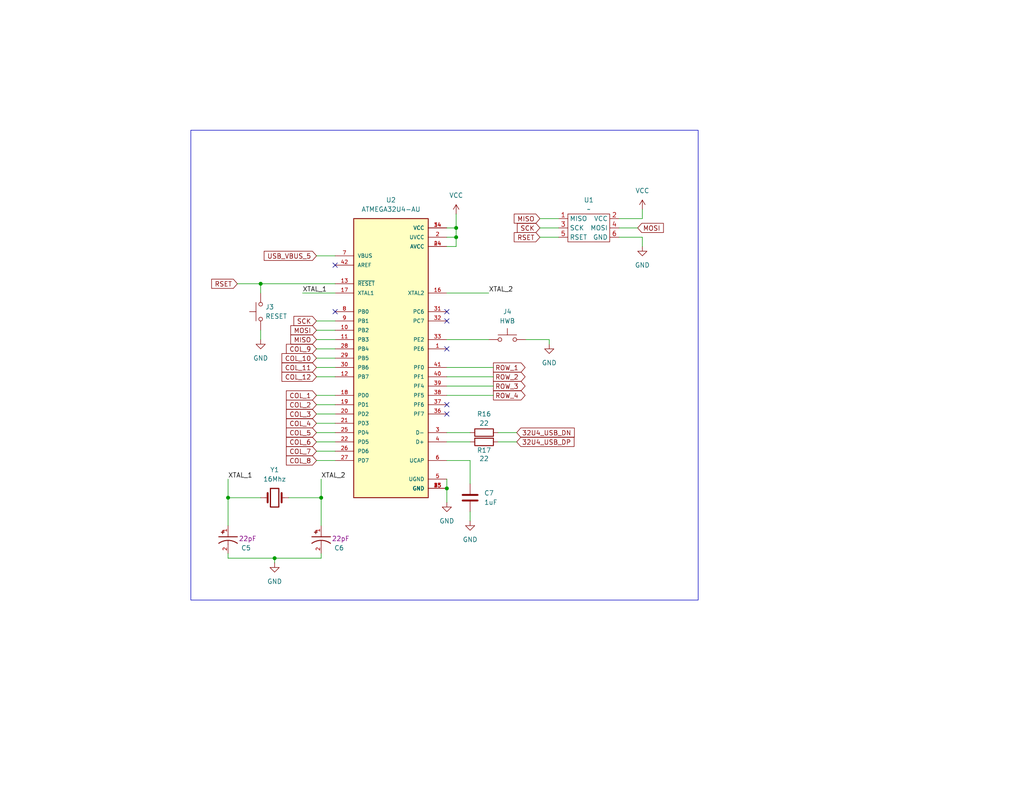
<source format=kicad_sch>
(kicad_sch
	(version 20231120)
	(generator "eeschema")
	(generator_version "8.0")
	(uuid "4da63ada-046c-48c1-ae12-3b784b4573f7")
	(paper "USLetter")
	(title_block
		(title "40% Keyboard Switch Matrix")
		(date "2024-03-30")
		(rev "4")
		(company "Luke Zambella")
	)
	(lib_symbols
		(symbol "Device:C"
			(pin_numbers hide)
			(pin_names
				(offset 0.254)
			)
			(exclude_from_sim no)
			(in_bom yes)
			(on_board yes)
			(property "Reference" "C"
				(at 0.635 2.54 0)
				(effects
					(font
						(size 1.27 1.27)
					)
					(justify left)
				)
			)
			(property "Value" "C"
				(at 0.635 -2.54 0)
				(effects
					(font
						(size 1.27 1.27)
					)
					(justify left)
				)
			)
			(property "Footprint" ""
				(at 0.9652 -3.81 0)
				(effects
					(font
						(size 1.27 1.27)
					)
					(hide yes)
				)
			)
			(property "Datasheet" "~"
				(at 0 0 0)
				(effects
					(font
						(size 1.27 1.27)
					)
					(hide yes)
				)
			)
			(property "Description" "Unpolarized capacitor"
				(at 0 0 0)
				(effects
					(font
						(size 1.27 1.27)
					)
					(hide yes)
				)
			)
			(property "ki_keywords" "cap capacitor"
				(at 0 0 0)
				(effects
					(font
						(size 1.27 1.27)
					)
					(hide yes)
				)
			)
			(property "ki_fp_filters" "C_*"
				(at 0 0 0)
				(effects
					(font
						(size 1.27 1.27)
					)
					(hide yes)
				)
			)
			(symbol "C_0_1"
				(polyline
					(pts
						(xy -2.032 -0.762) (xy 2.032 -0.762)
					)
					(stroke
						(width 0.508)
						(type default)
					)
					(fill
						(type none)
					)
				)
				(polyline
					(pts
						(xy -2.032 0.762) (xy 2.032 0.762)
					)
					(stroke
						(width 0.508)
						(type default)
					)
					(fill
						(type none)
					)
				)
			)
			(symbol "C_1_1"
				(pin passive line
					(at 0 3.81 270)
					(length 2.794)
					(name "~"
						(effects
							(font
								(size 1.27 1.27)
							)
						)
					)
					(number "1"
						(effects
							(font
								(size 1.27 1.27)
							)
						)
					)
				)
				(pin passive line
					(at 0 -3.81 90)
					(length 2.794)
					(name "~"
						(effects
							(font
								(size 1.27 1.27)
							)
						)
					)
					(number "2"
						(effects
							(font
								(size 1.27 1.27)
							)
						)
					)
				)
			)
		)
		(symbol "Device:Crystal"
			(pin_numbers hide)
			(pin_names
				(offset 1.016) hide)
			(exclude_from_sim no)
			(in_bom yes)
			(on_board yes)
			(property "Reference" "Y"
				(at 0 3.81 0)
				(effects
					(font
						(size 1.27 1.27)
					)
				)
			)
			(property "Value" "Crystal"
				(at 0 -3.81 0)
				(effects
					(font
						(size 1.27 1.27)
					)
				)
			)
			(property "Footprint" ""
				(at 0 0 0)
				(effects
					(font
						(size 1.27 1.27)
					)
					(hide yes)
				)
			)
			(property "Datasheet" "~"
				(at 0 0 0)
				(effects
					(font
						(size 1.27 1.27)
					)
					(hide yes)
				)
			)
			(property "Description" "Two pin crystal"
				(at 0 0 0)
				(effects
					(font
						(size 1.27 1.27)
					)
					(hide yes)
				)
			)
			(property "ki_keywords" "quartz ceramic resonator oscillator"
				(at 0 0 0)
				(effects
					(font
						(size 1.27 1.27)
					)
					(hide yes)
				)
			)
			(property "ki_fp_filters" "Crystal*"
				(at 0 0 0)
				(effects
					(font
						(size 1.27 1.27)
					)
					(hide yes)
				)
			)
			(symbol "Crystal_0_1"
				(rectangle
					(start -1.143 2.54)
					(end 1.143 -2.54)
					(stroke
						(width 0.3048)
						(type default)
					)
					(fill
						(type none)
					)
				)
				(polyline
					(pts
						(xy -2.54 0) (xy -1.905 0)
					)
					(stroke
						(width 0)
						(type default)
					)
					(fill
						(type none)
					)
				)
				(polyline
					(pts
						(xy -1.905 -1.27) (xy -1.905 1.27)
					)
					(stroke
						(width 0.508)
						(type default)
					)
					(fill
						(type none)
					)
				)
				(polyline
					(pts
						(xy 1.905 -1.27) (xy 1.905 1.27)
					)
					(stroke
						(width 0.508)
						(type default)
					)
					(fill
						(type none)
					)
				)
				(polyline
					(pts
						(xy 2.54 0) (xy 1.905 0)
					)
					(stroke
						(width 0)
						(type default)
					)
					(fill
						(type none)
					)
				)
			)
			(symbol "Crystal_1_1"
				(pin passive line
					(at -3.81 0 0)
					(length 1.27)
					(name "1"
						(effects
							(font
								(size 1.27 1.27)
							)
						)
					)
					(number "1"
						(effects
							(font
								(size 1.27 1.27)
							)
						)
					)
				)
				(pin passive line
					(at 3.81 0 180)
					(length 1.27)
					(name "2"
						(effects
							(font
								(size 1.27 1.27)
							)
						)
					)
					(number "2"
						(effects
							(font
								(size 1.27 1.27)
							)
						)
					)
				)
			)
		)
		(symbol "Device:R"
			(pin_numbers hide)
			(pin_names
				(offset 0)
			)
			(exclude_from_sim no)
			(in_bom yes)
			(on_board yes)
			(property "Reference" "R"
				(at 2.032 0 90)
				(effects
					(font
						(size 1.27 1.27)
					)
				)
			)
			(property "Value" "R"
				(at 0 0 90)
				(effects
					(font
						(size 1.27 1.27)
					)
				)
			)
			(property "Footprint" ""
				(at -1.778 0 90)
				(effects
					(font
						(size 1.27 1.27)
					)
					(hide yes)
				)
			)
			(property "Datasheet" "~"
				(at 0 0 0)
				(effects
					(font
						(size 1.27 1.27)
					)
					(hide yes)
				)
			)
			(property "Description" "Resistor"
				(at 0 0 0)
				(effects
					(font
						(size 1.27 1.27)
					)
					(hide yes)
				)
			)
			(property "ki_keywords" "R res resistor"
				(at 0 0 0)
				(effects
					(font
						(size 1.27 1.27)
					)
					(hide yes)
				)
			)
			(property "ki_fp_filters" "R_*"
				(at 0 0 0)
				(effects
					(font
						(size 1.27 1.27)
					)
					(hide yes)
				)
			)
			(symbol "R_0_1"
				(rectangle
					(start -1.016 -2.54)
					(end 1.016 2.54)
					(stroke
						(width 0.254)
						(type default)
					)
					(fill
						(type none)
					)
				)
			)
			(symbol "R_1_1"
				(pin passive line
					(at 0 3.81 270)
					(length 1.27)
					(name "~"
						(effects
							(font
								(size 1.27 1.27)
							)
						)
					)
					(number "1"
						(effects
							(font
								(size 1.27 1.27)
							)
						)
					)
				)
				(pin passive line
					(at 0 -3.81 90)
					(length 1.27)
					(name "~"
						(effects
							(font
								(size 1.27 1.27)
							)
						)
					)
					(number "2"
						(effects
							(font
								(size 1.27 1.27)
							)
						)
					)
				)
			)
		)
		(symbol "My Parts:ICSP_Header"
			(exclude_from_sim no)
			(in_bom yes)
			(on_board yes)
			(property "Reference" "U"
				(at -1.27 1.524 0)
				(effects
					(font
						(size 1.27 1.27)
					)
				)
			)
			(property "Value" ""
				(at 0 0 0)
				(effects
					(font
						(size 1.27 1.27)
					)
				)
			)
			(property "Footprint" ""
				(at 0 0 0)
				(effects
					(font
						(size 1.27 1.27)
					)
					(hide yes)
				)
			)
			(property "Datasheet" ""
				(at 0 0 0)
				(effects
					(font
						(size 1.27 1.27)
					)
					(hide yes)
				)
			)
			(property "Description" ""
				(at 0 0 0)
				(effects
					(font
						(size 1.27 1.27)
					)
					(hide yes)
				)
			)
			(symbol "ICSP_Header_0_1"
				(rectangle
					(start 0 0)
					(end 11.43 -7.62)
					(stroke
						(width 0)
						(type default)
					)
					(fill
						(type none)
					)
				)
			)
			(symbol "ICSP_Header_1_1"
				(pin input line
					(at -2.54 -1.27 0)
					(length 2.54)
					(name "MISO"
						(effects
							(font
								(size 1.27 1.27)
							)
						)
					)
					(number "1"
						(effects
							(font
								(size 1.27 1.27)
							)
						)
					)
				)
				(pin input line
					(at 13.97 -1.27 180)
					(length 2.54)
					(name "VCC"
						(effects
							(font
								(size 1.27 1.27)
							)
						)
					)
					(number "2"
						(effects
							(font
								(size 1.27 1.27)
							)
						)
					)
				)
				(pin input line
					(at -2.54 -3.81 0)
					(length 2.54)
					(name "SCK"
						(effects
							(font
								(size 1.27 1.27)
							)
						)
					)
					(number "3"
						(effects
							(font
								(size 1.27 1.27)
							)
						)
					)
				)
				(pin input line
					(at 13.97 -3.81 180)
					(length 2.54)
					(name "MOSI"
						(effects
							(font
								(size 1.27 1.27)
							)
						)
					)
					(number "4"
						(effects
							(font
								(size 1.27 1.27)
							)
						)
					)
				)
				(pin input line
					(at -2.54 -6.35 0)
					(length 2.54)
					(name "RSET"
						(effects
							(font
								(size 1.27 1.27)
							)
						)
					)
					(number "5"
						(effects
							(font
								(size 1.27 1.27)
							)
						)
					)
				)
				(pin input line
					(at 13.97 -6.35 180)
					(length 2.54)
					(name "GND"
						(effects
							(font
								(size 1.27 1.27)
							)
						)
					)
					(number "6"
						(effects
							(font
								(size 1.27 1.27)
							)
						)
					)
				)
			)
		)
		(symbol "Project:ATMEGA32U4-AU"
			(pin_names
				(offset 1.016)
			)
			(exclude_from_sim no)
			(in_bom yes)
			(on_board yes)
			(property "Reference" "U"
				(at -10.1752 39.4289 0)
				(effects
					(font
						(size 1.27 1.27)
					)
					(justify left bottom)
				)
			)
			(property "Value" "ATMEGA32U4-AU"
				(at -10.1803 -41.9936 0)
				(effects
					(font
						(size 1.27 1.27)
					)
					(justify left bottom)
				)
			)
			(property "Footprint" "ATMEGA32U4-AU:QFP80P1200X1200X120-44N"
				(at 0 0 0)
				(effects
					(font
						(size 1.27 1.27)
					)
					(justify bottom)
					(hide yes)
				)
			)
			(property "Datasheet" ""
				(at 0 0 0)
				(effects
					(font
						(size 1.27 1.27)
					)
					(hide yes)
				)
			)
			(property "Description" ""
				(at 0 0 0)
				(effects
					(font
						(size 1.27 1.27)
					)
					(hide yes)
				)
			)
			(property "MF" "Microchip"
				(at 0 0 0)
				(effects
					(font
						(size 1.27 1.27)
					)
					(justify bottom)
					(hide yes)
				)
			)
			(property "Description_1" "\nMicrocontroller, USB controller 16/32K of ISP flash, TQFP44 industrial, 8-bit | Microchip Technology Inc. ATMEGA32U4-AU\n"
				(at 0 0 0)
				(effects
					(font
						(size 1.27 1.27)
					)
					(justify bottom)
					(hide yes)
				)
			)
			(property "Package" "TQFP-44 Microchip"
				(at 0 0 0)
				(effects
					(font
						(size 1.27 1.27)
					)
					(justify bottom)
					(hide yes)
				)
			)
			(property "Price" "None"
				(at 0 0 0)
				(effects
					(font
						(size 1.27 1.27)
					)
					(justify bottom)
					(hide yes)
				)
			)
			(property "Check_prices" "https://www.snapeda.com/parts/ATMEGA32U4-AU/Microchip/view-part/?ref=eda"
				(at 0 0 0)
				(effects
					(font
						(size 1.27 1.27)
					)
					(justify bottom)
					(hide yes)
				)
			)
			(property "SnapEDA_Link" "https://www.snapeda.com/parts/ATMEGA32U4-AU/Microchip/view-part/?ref=snap"
				(at 0 0 0)
				(effects
					(font
						(size 1.27 1.27)
					)
					(justify bottom)
					(hide yes)
				)
			)
			(property "MP" "ATMEGA32U4-AU"
				(at 0 0 0)
				(effects
					(font
						(size 1.27 1.27)
					)
					(justify bottom)
					(hide yes)
				)
			)
			(property "Availability" "In Stock"
				(at 0 0 0)
				(effects
					(font
						(size 1.27 1.27)
					)
					(justify bottom)
					(hide yes)
				)
			)
			(property "MANUFACTURER" "Atmel"
				(at 0 0 0)
				(effects
					(font
						(size 1.27 1.27)
					)
					(justify bottom)
					(hide yes)
				)
			)
			(symbol "ATMEGA32U4-AU_0_0"
				(rectangle
					(start -10.16 -38.1)
					(end 10.16 38.1)
					(stroke
						(width 0.254)
						(type default)
					)
					(fill
						(type background)
					)
				)
				(pin bidirectional line
					(at 15.24 2.54 180)
					(length 5.08)
					(name "PE6"
						(effects
							(font
								(size 1.016 1.016)
							)
						)
					)
					(number "1"
						(effects
							(font
								(size 1.016 1.016)
							)
						)
					)
				)
				(pin bidirectional line
					(at -15.24 7.62 0)
					(length 5.08)
					(name "PB2"
						(effects
							(font
								(size 1.016 1.016)
							)
						)
					)
					(number "10"
						(effects
							(font
								(size 1.016 1.016)
							)
						)
					)
				)
				(pin bidirectional line
					(at -15.24 5.08 0)
					(length 5.08)
					(name "PB3"
						(effects
							(font
								(size 1.016 1.016)
							)
						)
					)
					(number "11"
						(effects
							(font
								(size 1.016 1.016)
							)
						)
					)
				)
				(pin bidirectional line
					(at -15.24 -5.08 0)
					(length 5.08)
					(name "PB7"
						(effects
							(font
								(size 1.016 1.016)
							)
						)
					)
					(number "12"
						(effects
							(font
								(size 1.016 1.016)
							)
						)
					)
				)
				(pin input line
					(at -15.24 20.32 0)
					(length 5.08)
					(name "~{RESET}"
						(effects
							(font
								(size 1.016 1.016)
							)
						)
					)
					(number "13"
						(effects
							(font
								(size 1.016 1.016)
							)
						)
					)
				)
				(pin power_in line
					(at 15.24 35.56 180)
					(length 5.08)
					(name "VCC"
						(effects
							(font
								(size 1.016 1.016)
							)
						)
					)
					(number "14"
						(effects
							(font
								(size 1.016 1.016)
							)
						)
					)
				)
				(pin power_in line
					(at 15.24 -35.56 180)
					(length 5.08)
					(name "GND"
						(effects
							(font
								(size 1.016 1.016)
							)
						)
					)
					(number "15"
						(effects
							(font
								(size 1.016 1.016)
							)
						)
					)
				)
				(pin output line
					(at 15.24 17.78 180)
					(length 5.08)
					(name "XTAL2"
						(effects
							(font
								(size 1.016 1.016)
							)
						)
					)
					(number "16"
						(effects
							(font
								(size 1.016 1.016)
							)
						)
					)
				)
				(pin input line
					(at -15.24 17.78 0)
					(length 5.08)
					(name "XTAL1"
						(effects
							(font
								(size 1.016 1.016)
							)
						)
					)
					(number "17"
						(effects
							(font
								(size 1.016 1.016)
							)
						)
					)
				)
				(pin bidirectional line
					(at -15.24 -10.16 0)
					(length 5.08)
					(name "PD0"
						(effects
							(font
								(size 1.016 1.016)
							)
						)
					)
					(number "18"
						(effects
							(font
								(size 1.016 1.016)
							)
						)
					)
				)
				(pin bidirectional line
					(at -15.24 -12.7 0)
					(length 5.08)
					(name "PD1"
						(effects
							(font
								(size 1.016 1.016)
							)
						)
					)
					(number "19"
						(effects
							(font
								(size 1.016 1.016)
							)
						)
					)
				)
				(pin power_in line
					(at 15.24 33.02 180)
					(length 5.08)
					(name "UVCC"
						(effects
							(font
								(size 1.016 1.016)
							)
						)
					)
					(number "2"
						(effects
							(font
								(size 1.016 1.016)
							)
						)
					)
				)
				(pin bidirectional line
					(at -15.24 -15.24 0)
					(length 5.08)
					(name "PD2"
						(effects
							(font
								(size 1.016 1.016)
							)
						)
					)
					(number "20"
						(effects
							(font
								(size 1.016 1.016)
							)
						)
					)
				)
				(pin bidirectional line
					(at -15.24 -17.78 0)
					(length 5.08)
					(name "PD3"
						(effects
							(font
								(size 1.016 1.016)
							)
						)
					)
					(number "21"
						(effects
							(font
								(size 1.016 1.016)
							)
						)
					)
				)
				(pin bidirectional line
					(at -15.24 -22.86 0)
					(length 5.08)
					(name "PD5"
						(effects
							(font
								(size 1.016 1.016)
							)
						)
					)
					(number "22"
						(effects
							(font
								(size 1.016 1.016)
							)
						)
					)
				)
				(pin power_in line
					(at 15.24 -35.56 180)
					(length 5.08)
					(name "GND"
						(effects
							(font
								(size 1.016 1.016)
							)
						)
					)
					(number "23"
						(effects
							(font
								(size 1.016 1.016)
							)
						)
					)
				)
				(pin power_in line
					(at 15.24 30.48 180)
					(length 5.08)
					(name "AVCC"
						(effects
							(font
								(size 1.016 1.016)
							)
						)
					)
					(number "24"
						(effects
							(font
								(size 1.016 1.016)
							)
						)
					)
				)
				(pin bidirectional line
					(at -15.24 -20.32 0)
					(length 5.08)
					(name "PD4"
						(effects
							(font
								(size 1.016 1.016)
							)
						)
					)
					(number "25"
						(effects
							(font
								(size 1.016 1.016)
							)
						)
					)
				)
				(pin bidirectional line
					(at -15.24 -25.4 0)
					(length 5.08)
					(name "PD6"
						(effects
							(font
								(size 1.016 1.016)
							)
						)
					)
					(number "26"
						(effects
							(font
								(size 1.016 1.016)
							)
						)
					)
				)
				(pin bidirectional line
					(at -15.24 -27.94 0)
					(length 5.08)
					(name "PD7"
						(effects
							(font
								(size 1.016 1.016)
							)
						)
					)
					(number "27"
						(effects
							(font
								(size 1.016 1.016)
							)
						)
					)
				)
				(pin bidirectional line
					(at -15.24 2.54 0)
					(length 5.08)
					(name "PB4"
						(effects
							(font
								(size 1.016 1.016)
							)
						)
					)
					(number "28"
						(effects
							(font
								(size 1.016 1.016)
							)
						)
					)
				)
				(pin bidirectional line
					(at -15.24 0 0)
					(length 5.08)
					(name "PB5"
						(effects
							(font
								(size 1.016 1.016)
							)
						)
					)
					(number "29"
						(effects
							(font
								(size 1.016 1.016)
							)
						)
					)
				)
				(pin bidirectional line
					(at 15.24 -20.32 180)
					(length 5.08)
					(name "D-"
						(effects
							(font
								(size 1.016 1.016)
							)
						)
					)
					(number "3"
						(effects
							(font
								(size 1.016 1.016)
							)
						)
					)
				)
				(pin bidirectional line
					(at -15.24 -2.54 0)
					(length 5.08)
					(name "PB6"
						(effects
							(font
								(size 1.016 1.016)
							)
						)
					)
					(number "30"
						(effects
							(font
								(size 1.016 1.016)
							)
						)
					)
				)
				(pin bidirectional line
					(at 15.24 12.7 180)
					(length 5.08)
					(name "PC6"
						(effects
							(font
								(size 1.016 1.016)
							)
						)
					)
					(number "31"
						(effects
							(font
								(size 1.016 1.016)
							)
						)
					)
				)
				(pin bidirectional line
					(at 15.24 10.16 180)
					(length 5.08)
					(name "PC7"
						(effects
							(font
								(size 1.016 1.016)
							)
						)
					)
					(number "32"
						(effects
							(font
								(size 1.016 1.016)
							)
						)
					)
				)
				(pin bidirectional line
					(at 15.24 5.08 180)
					(length 5.08)
					(name "PE2"
						(effects
							(font
								(size 1.016 1.016)
							)
						)
					)
					(number "33"
						(effects
							(font
								(size 1.016 1.016)
							)
						)
					)
				)
				(pin power_in line
					(at 15.24 35.56 180)
					(length 5.08)
					(name "VCC"
						(effects
							(font
								(size 1.016 1.016)
							)
						)
					)
					(number "34"
						(effects
							(font
								(size 1.016 1.016)
							)
						)
					)
				)
				(pin power_in line
					(at 15.24 -35.56 180)
					(length 5.08)
					(name "GND"
						(effects
							(font
								(size 1.016 1.016)
							)
						)
					)
					(number "35"
						(effects
							(font
								(size 1.016 1.016)
							)
						)
					)
				)
				(pin bidirectional line
					(at 15.24 -15.24 180)
					(length 5.08)
					(name "PF7"
						(effects
							(font
								(size 1.016 1.016)
							)
						)
					)
					(number "36"
						(effects
							(font
								(size 1.016 1.016)
							)
						)
					)
				)
				(pin bidirectional line
					(at 15.24 -12.7 180)
					(length 5.08)
					(name "PF6"
						(effects
							(font
								(size 1.016 1.016)
							)
						)
					)
					(number "37"
						(effects
							(font
								(size 1.016 1.016)
							)
						)
					)
				)
				(pin bidirectional line
					(at 15.24 -10.16 180)
					(length 5.08)
					(name "PF5"
						(effects
							(font
								(size 1.016 1.016)
							)
						)
					)
					(number "38"
						(effects
							(font
								(size 1.016 1.016)
							)
						)
					)
				)
				(pin bidirectional line
					(at 15.24 -7.62 180)
					(length 5.08)
					(name "PF4"
						(effects
							(font
								(size 1.016 1.016)
							)
						)
					)
					(number "39"
						(effects
							(font
								(size 1.016 1.016)
							)
						)
					)
				)
				(pin bidirectional line
					(at 15.24 -22.86 180)
					(length 5.08)
					(name "D+"
						(effects
							(font
								(size 1.016 1.016)
							)
						)
					)
					(number "4"
						(effects
							(font
								(size 1.016 1.016)
							)
						)
					)
				)
				(pin bidirectional line
					(at 15.24 -5.08 180)
					(length 5.08)
					(name "PF1"
						(effects
							(font
								(size 1.016 1.016)
							)
						)
					)
					(number "40"
						(effects
							(font
								(size 1.016 1.016)
							)
						)
					)
				)
				(pin bidirectional line
					(at 15.24 -2.54 180)
					(length 5.08)
					(name "PF0"
						(effects
							(font
								(size 1.016 1.016)
							)
						)
					)
					(number "41"
						(effects
							(font
								(size 1.016 1.016)
							)
						)
					)
				)
				(pin input line
					(at -15.24 25.4 0)
					(length 5.08)
					(name "AREF"
						(effects
							(font
								(size 1.016 1.016)
							)
						)
					)
					(number "42"
						(effects
							(font
								(size 1.016 1.016)
							)
						)
					)
				)
				(pin power_in line
					(at 15.24 -35.56 180)
					(length 5.08)
					(name "GND"
						(effects
							(font
								(size 1.016 1.016)
							)
						)
					)
					(number "43"
						(effects
							(font
								(size 1.016 1.016)
							)
						)
					)
				)
				(pin power_in line
					(at 15.24 30.48 180)
					(length 5.08)
					(name "AVCC"
						(effects
							(font
								(size 1.016 1.016)
							)
						)
					)
					(number "44"
						(effects
							(font
								(size 1.016 1.016)
							)
						)
					)
				)
				(pin power_in line
					(at 15.24 -33.02 180)
					(length 5.08)
					(name "UGND"
						(effects
							(font
								(size 1.016 1.016)
							)
						)
					)
					(number "5"
						(effects
							(font
								(size 1.016 1.016)
							)
						)
					)
				)
				(pin passive line
					(at 15.24 -27.94 180)
					(length 5.08)
					(name "UCAP"
						(effects
							(font
								(size 1.016 1.016)
							)
						)
					)
					(number "6"
						(effects
							(font
								(size 1.016 1.016)
							)
						)
					)
				)
				(pin input line
					(at -15.24 27.94 0)
					(length 5.08)
					(name "VBUS"
						(effects
							(font
								(size 1.016 1.016)
							)
						)
					)
					(number "7"
						(effects
							(font
								(size 1.016 1.016)
							)
						)
					)
				)
				(pin bidirectional line
					(at -15.24 12.7 0)
					(length 5.08)
					(name "PB0"
						(effects
							(font
								(size 1.016 1.016)
							)
						)
					)
					(number "8"
						(effects
							(font
								(size 1.016 1.016)
							)
						)
					)
				)
				(pin bidirectional line
					(at -15.24 10.16 0)
					(length 5.08)
					(name "PB1"
						(effects
							(font
								(size 1.016 1.016)
							)
						)
					)
					(number "9"
						(effects
							(font
								(size 1.016 1.016)
							)
						)
					)
				)
			)
		)
		(symbol "Project:EEEFK1H220P"
			(pin_names
				(offset 1.016)
			)
			(exclude_from_sim no)
			(in_bom yes)
			(on_board yes)
			(property "Reference" "C"
				(at -2.54 3.81 0)
				(effects
					(font
						(size 1.27 1.27)
					)
					(justify left bottom)
				)
			)
			(property "Value" "EEEFK1H220P"
				(at -2.54 -5.08 0)
				(effects
					(font
						(size 1.27 1.27)
					)
					(justify left bottom)
				)
			)
			(property "Footprint" "EEEFK1H220P:CAP_EEEFK1H220P"
				(at 0 0 0)
				(effects
					(font
						(size 1.27 1.27)
					)
					(justify bottom)
					(hide yes)
				)
			)
			(property "Datasheet" ""
				(at 0 0 0)
				(effects
					(font
						(size 1.27 1.27)
					)
					(hide yes)
				)
			)
			(property "Description" ""
				(at 0 0 0)
				(effects
					(font
						(size 1.27 1.27)
					)
					(hide yes)
				)
			)
			(property "MF" "Panasonic Electronic"
				(at 0 0 0)
				(effects
					(font
						(size 1.27 1.27)
					)
					(justify bottom)
					(hide yes)
				)
			)
			(property "MAXIMUM_PACKAGE_HEIGHT" "5.8mm"
				(at 0 0 0)
				(effects
					(font
						(size 1.27 1.27)
					)
					(justify bottom)
					(hide yes)
				)
			)
			(property "Package" "RADIAL-2 Panasonic"
				(at 0 0 0)
				(effects
					(font
						(size 1.27 1.27)
					)
					(justify bottom)
					(hide yes)
				)
			)
			(property "Price" "None"
				(at 0 0 0)
				(effects
					(font
						(size 1.27 1.27)
					)
					(justify bottom)
					(hide yes)
				)
			)
			(property "Check_prices" "https://www.snapeda.com/parts/EEE-FK1H220P/Panasonic+Electronic+Components/view-part/?ref=eda"
				(at 0 0 0)
				(effects
					(font
						(size 1.27 1.27)
					)
					(justify bottom)
					(hide yes)
				)
			)
			(property "STANDARD" "Manufacturer Recommendations"
				(at 0 0 0)
				(effects
					(font
						(size 1.27 1.27)
					)
					(justify bottom)
					(hide yes)
				)
			)
			(property "PARTREV" "10-Oct-19"
				(at 0 0 0)
				(effects
					(font
						(size 1.27 1.27)
					)
					(justify bottom)
					(hide yes)
				)
			)
			(property "SnapEDA_Link" "https://www.snapeda.com/parts/EEE-FK1H220P/Panasonic+Electronic+Components/view-part/?ref=snap"
				(at 0 0 0)
				(effects
					(font
						(size 1.27 1.27)
					)
					(justify bottom)
					(hide yes)
				)
			)
			(property "MP" "EEE-FK1H220P"
				(at 0 0 0)
				(effects
					(font
						(size 1.27 1.27)
					)
					(justify bottom)
					(hide yes)
				)
			)
			(property "Description_1" "\nElectrolytic capacitor SMD 22 µF 50 V 20 % (Ø) 6.3 mm Panasonic EEE-FK1H220P 1 pc(s)\n"
				(at 0 0 0)
				(effects
					(font
						(size 1.27 1.27)
					)
					(justify bottom)
					(hide yes)
				)
			)
			(property "Availability" "In Stock"
				(at 0 0 0)
				(effects
					(font
						(size 1.27 1.27)
					)
					(justify bottom)
					(hide yes)
				)
			)
			(property "MANUFACTURER" "Panasonic"
				(at 0 0 0)
				(effects
					(font
						(size 1.27 1.27)
					)
					(justify bottom)
					(hide yes)
				)
			)
			(symbol "EEEFK1H220P_0_0"
				(rectangle
					(start -1.173 -1.532)
					(end -0.284 -1.405)
					(stroke
						(width 0.1)
						(type default)
					)
					(fill
						(type outline)
					)
				)
				(rectangle
					(start -0.792 -1.913)
					(end -0.665 -1.024)
					(stroke
						(width 0.1)
						(type default)
					)
					(fill
						(type outline)
					)
				)
				(polyline
					(pts
						(xy 0 0) (xy 0.508 0)
					)
					(stroke
						(width 0.1524)
						(type default)
					)
					(fill
						(type none)
					)
				)
				(polyline
					(pts
						(xy 0.508 0) (xy 0.508 -2.54)
					)
					(stroke
						(width 0.254)
						(type default)
					)
					(fill
						(type none)
					)
				)
				(polyline
					(pts
						(xy 0.508 2.54) (xy 0.508 0)
					)
					(stroke
						(width 0.254)
						(type default)
					)
					(fill
						(type none)
					)
				)
				(polyline
					(pts
						(xy 2.54 0) (xy 1.524 0)
					)
					(stroke
						(width 0.1524)
						(type default)
					)
					(fill
						(type none)
					)
				)
				(arc
					(start 2.286 2.54)
					(mid 1.4851 0)
					(end 2.286 -2.54)
					(stroke
						(width 0.254)
						(type default)
					)
					(fill
						(type none)
					)
				)
				(pin passive line
					(at -2.54 0 0)
					(length 2.54)
					(name "~"
						(effects
							(font
								(size 1.016 1.016)
							)
						)
					)
					(number "1"
						(effects
							(font
								(size 1.016 1.016)
							)
						)
					)
				)
				(pin passive line
					(at 5.08 0 180)
					(length 2.54)
					(name "~"
						(effects
							(font
								(size 1.016 1.016)
							)
						)
					)
					(number "2"
						(effects
							(font
								(size 1.016 1.016)
							)
						)
					)
				)
			)
		)
		(symbol "Switches:SW_Push"
			(pin_numbers hide)
			(pin_names
				(offset 1.016) hide)
			(exclude_from_sim no)
			(in_bom yes)
			(on_board yes)
			(property "Reference" "SW"
				(at 1.27 2.54 0)
				(effects
					(font
						(size 1.27 1.27)
					)
					(justify left)
				)
			)
			(property "Value" "SW_Push"
				(at 0 -1.524 0)
				(effects
					(font
						(size 1.27 1.27)
					)
				)
			)
			(property "Footprint" ""
				(at 0 5.08 0)
				(effects
					(font
						(size 1.27 1.27)
					)
					(hide yes)
				)
			)
			(property "Datasheet" "~"
				(at 0 5.08 0)
				(effects
					(font
						(size 1.27 1.27)
					)
					(hide yes)
				)
			)
			(property "Description" "Push button switch, generic, two pins"
				(at 0 0 0)
				(effects
					(font
						(size 1.27 1.27)
					)
					(hide yes)
				)
			)
			(property "ki_keywords" "switch normally-open pushbutton push-button"
				(at 0 0 0)
				(effects
					(font
						(size 1.27 1.27)
					)
					(hide yes)
				)
			)
			(symbol "SW_Push_0_1"
				(circle
					(center -2.032 0)
					(radius 0.508)
					(stroke
						(width 0)
						(type default)
					)
					(fill
						(type none)
					)
				)
				(polyline
					(pts
						(xy 0 1.27) (xy 0 3.048)
					)
					(stroke
						(width 0)
						(type default)
					)
					(fill
						(type none)
					)
				)
				(polyline
					(pts
						(xy 2.54 1.27) (xy -2.54 1.27)
					)
					(stroke
						(width 0)
						(type default)
					)
					(fill
						(type none)
					)
				)
				(circle
					(center 2.032 0)
					(radius 0.508)
					(stroke
						(width 0)
						(type default)
					)
					(fill
						(type none)
					)
				)
				(pin passive line
					(at -5.08 0 0)
					(length 2.54)
					(name "1"
						(effects
							(font
								(size 1.27 1.27)
							)
						)
					)
					(number "1"
						(effects
							(font
								(size 1.27 1.27)
							)
						)
					)
				)
				(pin passive line
					(at 5.08 0 180)
					(length 2.54)
					(name "2"
						(effects
							(font
								(size 1.27 1.27)
							)
						)
					)
					(number "2"
						(effects
							(font
								(size 1.27 1.27)
							)
						)
					)
				)
			)
		)
		(symbol "power:GND"
			(power)
			(pin_numbers hide)
			(pin_names
				(offset 0) hide)
			(exclude_from_sim no)
			(in_bom yes)
			(on_board yes)
			(property "Reference" "#PWR"
				(at 0 -6.35 0)
				(effects
					(font
						(size 1.27 1.27)
					)
					(hide yes)
				)
			)
			(property "Value" "GND"
				(at 0 -3.81 0)
				(effects
					(font
						(size 1.27 1.27)
					)
				)
			)
			(property "Footprint" ""
				(at 0 0 0)
				(effects
					(font
						(size 1.27 1.27)
					)
					(hide yes)
				)
			)
			(property "Datasheet" ""
				(at 0 0 0)
				(effects
					(font
						(size 1.27 1.27)
					)
					(hide yes)
				)
			)
			(property "Description" "Power symbol creates a global label with name \"GND\" , ground"
				(at 0 0 0)
				(effects
					(font
						(size 1.27 1.27)
					)
					(hide yes)
				)
			)
			(property "ki_keywords" "global power"
				(at 0 0 0)
				(effects
					(font
						(size 1.27 1.27)
					)
					(hide yes)
				)
			)
			(symbol "GND_0_1"
				(polyline
					(pts
						(xy 0 0) (xy 0 -1.27) (xy 1.27 -1.27) (xy 0 -2.54) (xy -1.27 -1.27) (xy 0 -1.27)
					)
					(stroke
						(width 0)
						(type default)
					)
					(fill
						(type none)
					)
				)
			)
			(symbol "GND_1_1"
				(pin power_in line
					(at 0 0 270)
					(length 0)
					(name "~"
						(effects
							(font
								(size 1.27 1.27)
							)
						)
					)
					(number "1"
						(effects
							(font
								(size 1.27 1.27)
							)
						)
					)
				)
			)
		)
		(symbol "power:VCC"
			(power)
			(pin_numbers hide)
			(pin_names
				(offset 0) hide)
			(exclude_from_sim no)
			(in_bom yes)
			(on_board yes)
			(property "Reference" "#PWR"
				(at 0 -3.81 0)
				(effects
					(font
						(size 1.27 1.27)
					)
					(hide yes)
				)
			)
			(property "Value" "VCC"
				(at 0 3.556 0)
				(effects
					(font
						(size 1.27 1.27)
					)
				)
			)
			(property "Footprint" ""
				(at 0 0 0)
				(effects
					(font
						(size 1.27 1.27)
					)
					(hide yes)
				)
			)
			(property "Datasheet" ""
				(at 0 0 0)
				(effects
					(font
						(size 1.27 1.27)
					)
					(hide yes)
				)
			)
			(property "Description" "Power symbol creates a global label with name \"VCC\""
				(at 0 0 0)
				(effects
					(font
						(size 1.27 1.27)
					)
					(hide yes)
				)
			)
			(property "ki_keywords" "global power"
				(at 0 0 0)
				(effects
					(font
						(size 1.27 1.27)
					)
					(hide yes)
				)
			)
			(symbol "VCC_0_1"
				(polyline
					(pts
						(xy -0.762 1.27) (xy 0 2.54)
					)
					(stroke
						(width 0)
						(type default)
					)
					(fill
						(type none)
					)
				)
				(polyline
					(pts
						(xy 0 0) (xy 0 2.54)
					)
					(stroke
						(width 0)
						(type default)
					)
					(fill
						(type none)
					)
				)
				(polyline
					(pts
						(xy 0 2.54) (xy 0.762 1.27)
					)
					(stroke
						(width 0)
						(type default)
					)
					(fill
						(type none)
					)
				)
			)
			(symbol "VCC_1_1"
				(pin power_in line
					(at 0 0 90)
					(length 0)
					(name "~"
						(effects
							(font
								(size 1.27 1.27)
							)
						)
					)
					(number "1"
						(effects
							(font
								(size 1.27 1.27)
							)
						)
					)
				)
			)
		)
	)
	(junction
		(at 71.12 77.47)
		(diameter 0)
		(color 0 0 0 0)
		(uuid "48d7f27d-32dd-4275-a685-cd36fda8db59")
	)
	(junction
		(at 124.46 64.77)
		(diameter 0)
		(color 0 0 0 0)
		(uuid "60e20eac-3534-4652-9286-c1f226e6c912")
	)
	(junction
		(at 62.23 135.89)
		(diameter 0)
		(color 0 0 0 0)
		(uuid "aea432f3-3238-416f-bdee-1cc8a1d6d528")
	)
	(junction
		(at 121.92 133.35)
		(diameter 0)
		(color 0 0 0 0)
		(uuid "b24abbf3-bb20-46d2-acb5-ae9df1869a32")
	)
	(junction
		(at 87.63 135.89)
		(diameter 0)
		(color 0 0 0 0)
		(uuid "d4783909-7d6f-471a-be58-6759ad9f451d")
	)
	(junction
		(at 124.46 62.23)
		(diameter 0)
		(color 0 0 0 0)
		(uuid "e9f875ad-e06a-459b-af0f-7e709804ecc7")
	)
	(junction
		(at 74.93 152.4)
		(diameter 0)
		(color 0 0 0 0)
		(uuid "ff5efd75-a28b-46b8-bb5c-655c8d8de549")
	)
	(no_connect
		(at 121.92 95.25)
		(uuid "02b870dc-d609-40b0-af62-ed96ed58109e")
	)
	(no_connect
		(at 91.44 72.39)
		(uuid "10249e72-7c41-444d-a708-e26543c71ee3")
	)
	(no_connect
		(at 91.44 85.09)
		(uuid "3aef9613-f97c-4f03-a6e6-43eb8d4ea58b")
	)
	(no_connect
		(at 121.92 113.03)
		(uuid "43f9dc28-24b5-4e2a-abf1-2664a17ac1b8")
	)
	(no_connect
		(at 121.92 87.63)
		(uuid "4e0e63b2-4172-4d8e-93a8-b758cc754706")
	)
	(no_connect
		(at 121.92 110.49)
		(uuid "4e3477ba-83db-4e9b-bfba-b434fbe2f8b0")
	)
	(no_connect
		(at 121.92 85.09)
		(uuid "f8029de1-ec0e-4359-8e04-f8f1eb5ef1b4")
	)
	(wire
		(pts
			(xy 87.63 152.4) (xy 87.63 151.13)
		)
		(stroke
			(width 0)
			(type default)
		)
		(uuid "015538fc-40d7-4271-8b26-6fd5bbbc1478")
	)
	(wire
		(pts
			(xy 147.32 62.23) (xy 152.4 62.23)
		)
		(stroke
			(width 0)
			(type default)
		)
		(uuid "0a3e2750-9e15-4ebb-a105-91449ef84bf8")
	)
	(wire
		(pts
			(xy 121.92 102.87) (xy 134.62 102.87)
		)
		(stroke
			(width 0)
			(type default)
		)
		(uuid "0bed1317-19fa-4a70-bf57-126aa572389d")
	)
	(wire
		(pts
			(xy 82.55 80.01) (xy 91.44 80.01)
		)
		(stroke
			(width 0)
			(type default)
		)
		(uuid "0ce426fc-8586-4e0b-87bb-05a79f50ddd5")
	)
	(wire
		(pts
			(xy 143.51 92.71) (xy 149.86 92.71)
		)
		(stroke
			(width 0)
			(type default)
		)
		(uuid "1a89bf79-fb69-4ea8-af4e-132cba4b462e")
	)
	(wire
		(pts
			(xy 86.36 107.95) (xy 91.44 107.95)
		)
		(stroke
			(width 0)
			(type default)
		)
		(uuid "1bf59c67-8ed9-4535-97d1-7cad9211982f")
	)
	(wire
		(pts
			(xy 86.36 113.03) (xy 91.44 113.03)
		)
		(stroke
			(width 0)
			(type default)
		)
		(uuid "2013c621-909c-4403-a00d-b29fea42e921")
	)
	(wire
		(pts
			(xy 62.23 152.4) (xy 74.93 152.4)
		)
		(stroke
			(width 0)
			(type default)
		)
		(uuid "247065a6-b0a1-46be-8ead-88eba692db94")
	)
	(wire
		(pts
			(xy 87.63 130.81) (xy 87.63 135.89)
		)
		(stroke
			(width 0)
			(type default)
		)
		(uuid "283082b6-0054-48ae-abc0-d535157ecb46")
	)
	(wire
		(pts
			(xy 62.23 135.89) (xy 71.12 135.89)
		)
		(stroke
			(width 0)
			(type default)
		)
		(uuid "2d636fd9-8bdd-484a-ad67-1241487e5006")
	)
	(wire
		(pts
			(xy 128.27 139.7) (xy 128.27 142.24)
		)
		(stroke
			(width 0)
			(type default)
		)
		(uuid "31cdd1d9-544a-4dc2-8618-0ad4ab96e0a1")
	)
	(wire
		(pts
			(xy 128.27 125.73) (xy 128.27 132.08)
		)
		(stroke
			(width 0)
			(type default)
		)
		(uuid "32c12eb1-6e73-45b0-bef5-f63c3592cb45")
	)
	(wire
		(pts
			(xy 62.23 130.81) (xy 62.23 135.89)
		)
		(stroke
			(width 0)
			(type default)
		)
		(uuid "355f437b-6874-44d7-9ba5-85cdf7ed1c9a")
	)
	(wire
		(pts
			(xy 128.27 120.65) (xy 121.92 120.65)
		)
		(stroke
			(width 0)
			(type default)
		)
		(uuid "36e57439-eb7e-41dd-ba11-fd03646897a4")
	)
	(wire
		(pts
			(xy 86.36 110.49) (xy 91.44 110.49)
		)
		(stroke
			(width 0)
			(type default)
		)
		(uuid "374a4f61-c8a1-4ae5-93fd-0144206154db")
	)
	(wire
		(pts
			(xy 135.89 118.11) (xy 140.97 118.11)
		)
		(stroke
			(width 0)
			(type default)
		)
		(uuid "3a28491d-d43d-425d-98da-2fc8b9ee54fe")
	)
	(wire
		(pts
			(xy 168.91 62.23) (xy 173.99 62.23)
		)
		(stroke
			(width 0)
			(type default)
		)
		(uuid "3cb946c6-3421-4071-8886-3e6d226cd5b6")
	)
	(wire
		(pts
			(xy 121.92 130.81) (xy 121.92 133.35)
		)
		(stroke
			(width 0)
			(type default)
		)
		(uuid "41344612-b74d-4282-8bd4-dbf82ef30195")
	)
	(wire
		(pts
			(xy 71.12 90.17) (xy 71.12 92.71)
		)
		(stroke
			(width 0)
			(type default)
		)
		(uuid "45b32663-6290-4a28-9a33-6e439a7c088f")
	)
	(wire
		(pts
			(xy 86.36 102.87) (xy 91.44 102.87)
		)
		(stroke
			(width 0)
			(type default)
		)
		(uuid "46f6f1a0-5453-452f-839c-e550493545ec")
	)
	(wire
		(pts
			(xy 175.26 64.77) (xy 175.26 67.31)
		)
		(stroke
			(width 0)
			(type default)
		)
		(uuid "4786229a-350a-490b-aaa1-60dbed363443")
	)
	(wire
		(pts
			(xy 147.32 59.69) (xy 152.4 59.69)
		)
		(stroke
			(width 0)
			(type default)
		)
		(uuid "4a021c67-6b9c-4d3a-ab0a-0c3cb8e7e576")
	)
	(wire
		(pts
			(xy 86.36 97.79) (xy 91.44 97.79)
		)
		(stroke
			(width 0)
			(type default)
		)
		(uuid "4c65afa0-6c62-4220-b072-3df2322e1e26")
	)
	(wire
		(pts
			(xy 121.92 100.33) (xy 134.62 100.33)
		)
		(stroke
			(width 0)
			(type default)
		)
		(uuid "4d629c54-161b-4467-973f-9e79fa4d7be7")
	)
	(wire
		(pts
			(xy 133.35 80.01) (xy 121.92 80.01)
		)
		(stroke
			(width 0)
			(type default)
		)
		(uuid "50a8dbd8-f404-455b-a537-d7b119585dde")
	)
	(wire
		(pts
			(xy 121.92 107.95) (xy 134.62 107.95)
		)
		(stroke
			(width 0)
			(type default)
		)
		(uuid "5e39ce4c-a269-4d3e-bce2-e4c5567a43f6")
	)
	(wire
		(pts
			(xy 168.91 59.69) (xy 175.26 59.69)
		)
		(stroke
			(width 0)
			(type default)
		)
		(uuid "5ee2b35e-951d-449c-8101-8f7002dd03a9")
	)
	(wire
		(pts
			(xy 86.36 125.73) (xy 91.44 125.73)
		)
		(stroke
			(width 0)
			(type default)
		)
		(uuid "626793ae-2683-4aa2-ac51-e5a163637de1")
	)
	(wire
		(pts
			(xy 86.36 92.71) (xy 91.44 92.71)
		)
		(stroke
			(width 0)
			(type default)
		)
		(uuid "6aec29c8-e521-4c2e-9b27-bdc13cbd0e42")
	)
	(wire
		(pts
			(xy 86.36 95.25) (xy 91.44 95.25)
		)
		(stroke
			(width 0)
			(type default)
		)
		(uuid "6da9e608-a451-4c3e-adbf-1006c4c11b7c")
	)
	(wire
		(pts
			(xy 74.93 152.4) (xy 74.93 153.67)
		)
		(stroke
			(width 0)
			(type default)
		)
		(uuid "7e0d5fa6-dc5a-4f4a-8a5f-9dda75fc8894")
	)
	(wire
		(pts
			(xy 64.77 77.47) (xy 71.12 77.47)
		)
		(stroke
			(width 0)
			(type default)
		)
		(uuid "81412371-80e4-4d31-86b0-402956c628fd")
	)
	(wire
		(pts
			(xy 121.92 67.31) (xy 124.46 67.31)
		)
		(stroke
			(width 0)
			(type default)
		)
		(uuid "820bcee4-a2df-42cc-9007-6b2260c961a9")
	)
	(wire
		(pts
			(xy 86.36 115.57) (xy 91.44 115.57)
		)
		(stroke
			(width 0)
			(type default)
		)
		(uuid "82a41bda-8a53-4406-a780-210ea0553cd2")
	)
	(wire
		(pts
			(xy 71.12 77.47) (xy 71.12 80.01)
		)
		(stroke
			(width 0)
			(type default)
		)
		(uuid "8bd50dd6-18ad-486b-84cb-8fc22e9774e7")
	)
	(wire
		(pts
			(xy 149.86 92.71) (xy 149.86 93.98)
		)
		(stroke
			(width 0)
			(type default)
		)
		(uuid "9cabbede-f2fb-444e-aa79-0ada35b2b71f")
	)
	(wire
		(pts
			(xy 87.63 135.89) (xy 87.63 143.51)
		)
		(stroke
			(width 0)
			(type default)
		)
		(uuid "a530e095-62a5-4b0f-8d4e-2d555aff8626")
	)
	(wire
		(pts
			(xy 86.36 100.33) (xy 91.44 100.33)
		)
		(stroke
			(width 0)
			(type default)
		)
		(uuid "a6b6e2c7-87bf-41fe-a60f-6e2f4492b9b1")
	)
	(wire
		(pts
			(xy 175.26 59.69) (xy 175.26 57.15)
		)
		(stroke
			(width 0)
			(type default)
		)
		(uuid "a7fe0216-1e09-47eb-9c06-fe428668c702")
	)
	(wire
		(pts
			(xy 168.91 64.77) (xy 175.26 64.77)
		)
		(stroke
			(width 0)
			(type default)
		)
		(uuid "aafa2710-25e0-453b-a138-7d5a31f5f59c")
	)
	(wire
		(pts
			(xy 124.46 58.42) (xy 124.46 62.23)
		)
		(stroke
			(width 0)
			(type default)
		)
		(uuid "b2bf7e21-b551-4672-926d-66e5d776a4fa")
	)
	(wire
		(pts
			(xy 62.23 135.89) (xy 62.23 143.51)
		)
		(stroke
			(width 0)
			(type default)
		)
		(uuid "b6a0f51c-743a-411f-8a20-ed716b8d94eb")
	)
	(wire
		(pts
			(xy 86.36 87.63) (xy 91.44 87.63)
		)
		(stroke
			(width 0)
			(type default)
		)
		(uuid "b7db6b1c-0fda-4607-9659-2a1023eb5f88")
	)
	(wire
		(pts
			(xy 86.36 120.65) (xy 91.44 120.65)
		)
		(stroke
			(width 0)
			(type default)
		)
		(uuid "bb85b652-28d6-440b-a46c-a68bd32c6f37")
	)
	(wire
		(pts
			(xy 121.92 92.71) (xy 133.35 92.71)
		)
		(stroke
			(width 0)
			(type default)
		)
		(uuid "bddb2ddf-9143-499c-acfa-ab1491991442")
	)
	(wire
		(pts
			(xy 71.12 77.47) (xy 91.44 77.47)
		)
		(stroke
			(width 0)
			(type default)
		)
		(uuid "be2b201a-f1e4-4aa1-b295-285c6928e154")
	)
	(wire
		(pts
			(xy 124.46 67.31) (xy 124.46 64.77)
		)
		(stroke
			(width 0)
			(type default)
		)
		(uuid "bf3f22df-5dee-4f83-8fd3-97401bfa2635")
	)
	(wire
		(pts
			(xy 135.89 120.65) (xy 140.97 120.65)
		)
		(stroke
			(width 0)
			(type default)
		)
		(uuid "c8781c63-44b1-4da6-8a33-9f3f8c9eb64f")
	)
	(wire
		(pts
			(xy 62.23 151.13) (xy 62.23 152.4)
		)
		(stroke
			(width 0)
			(type default)
		)
		(uuid "c9b4e6b2-9fc5-461e-94a1-ea27b9174e65")
	)
	(wire
		(pts
			(xy 86.36 123.19) (xy 91.44 123.19)
		)
		(stroke
			(width 0)
			(type default)
		)
		(uuid "cfcada66-34a8-4cdd-a913-353d2dd01676")
	)
	(wire
		(pts
			(xy 78.74 135.89) (xy 87.63 135.89)
		)
		(stroke
			(width 0)
			(type default)
		)
		(uuid "d04758b9-a02c-4b8e-ad61-025eb4498b5e")
	)
	(wire
		(pts
			(xy 124.46 64.77) (xy 121.92 64.77)
		)
		(stroke
			(width 0)
			(type default)
		)
		(uuid "d14fc2f5-b5c2-4d5c-a391-0cdcc1033a87")
	)
	(wire
		(pts
			(xy 121.92 125.73) (xy 128.27 125.73)
		)
		(stroke
			(width 0)
			(type default)
		)
		(uuid "ddfd8540-1e22-4222-9991-29395875b0d8")
	)
	(wire
		(pts
			(xy 124.46 62.23) (xy 124.46 64.77)
		)
		(stroke
			(width 0)
			(type default)
		)
		(uuid "e156e99f-2416-4055-87db-adf99f9c6806")
	)
	(wire
		(pts
			(xy 121.92 62.23) (xy 124.46 62.23)
		)
		(stroke
			(width 0)
			(type default)
		)
		(uuid "e7a9f478-41b4-4650-8583-cac0265b25a4")
	)
	(wire
		(pts
			(xy 86.36 118.11) (xy 91.44 118.11)
		)
		(stroke
			(width 0)
			(type default)
		)
		(uuid "e8ad5cee-f3a0-4f47-92d4-0806e8b6c5de")
	)
	(wire
		(pts
			(xy 74.93 152.4) (xy 87.63 152.4)
		)
		(stroke
			(width 0)
			(type default)
		)
		(uuid "ebd7d9d7-d9b6-4d1d-b0a3-812282cd6e33")
	)
	(wire
		(pts
			(xy 121.92 105.41) (xy 134.62 105.41)
		)
		(stroke
			(width 0)
			(type default)
		)
		(uuid "f4c41241-92f3-4603-bb35-f9a408746129")
	)
	(wire
		(pts
			(xy 147.32 64.77) (xy 152.4 64.77)
		)
		(stroke
			(width 0)
			(type default)
		)
		(uuid "f92a7377-8a8d-41a5-9f31-9713e97fef06")
	)
	(wire
		(pts
			(xy 121.92 133.35) (xy 121.92 137.16)
		)
		(stroke
			(width 0)
			(type default)
		)
		(uuid "fb2c5686-dc96-4ac6-9e10-e88e60d63eba")
	)
	(wire
		(pts
			(xy 128.27 118.11) (xy 121.92 118.11)
		)
		(stroke
			(width 0)
			(type default)
		)
		(uuid "fcb40fef-9b02-4320-a07a-7adb9a2d8ee5")
	)
	(wire
		(pts
			(xy 86.36 90.17) (xy 91.44 90.17)
		)
		(stroke
			(width 0)
			(type default)
		)
		(uuid "fe528ec3-8c76-47de-b00c-30889a7049ac")
	)
	(wire
		(pts
			(xy 86.36 69.85) (xy 91.44 69.85)
		)
		(stroke
			(width 0)
			(type default)
		)
		(uuid "fe934a03-fc40-4808-83e0-967cbd53c27a")
	)
	(rectangle
		(start 52.07 35.56)
		(end 190.5 163.83)
		(stroke
			(width 0)
			(type default)
		)
		(fill
			(type none)
		)
		(uuid 74d98fe9-02ec-4839-bdfa-97ed7635439f)
	)
	(label "XTAL_1"
		(at 82.55 80.01 0)
		(fields_autoplaced yes)
		(effects
			(font
				(size 1.27 1.27)
			)
			(justify left bottom)
		)
		(uuid "aa8d04d8-2004-4f43-8532-4478ee87944f")
	)
	(label "XTAL_1"
		(at 62.23 130.81 0)
		(fields_autoplaced yes)
		(effects
			(font
				(size 1.27 1.27)
			)
			(justify left bottom)
		)
		(uuid "b4db10be-928c-4cab-8049-b4e32e7fc623")
	)
	(label "XTAL_2"
		(at 133.35 80.01 0)
		(fields_autoplaced yes)
		(effects
			(font
				(size 1.27 1.27)
			)
			(justify left bottom)
		)
		(uuid "c75b4188-338a-44e2-bbcf-d4b4142de732")
	)
	(label "XTAL_2"
		(at 87.63 130.81 0)
		(fields_autoplaced yes)
		(effects
			(font
				(size 1.27 1.27)
			)
			(justify left bottom)
		)
		(uuid "d644d4e7-ea11-4dce-97f8-f83cdb972ed1")
	)
	(global_label "MOSI"
		(shape input)
		(at 173.99 62.23 0)
		(fields_autoplaced yes)
		(effects
			(font
				(size 1.27 1.27)
			)
			(justify left)
		)
		(uuid "009e8a81-dc36-493f-a393-8b6b1e323953")
		(property "Intersheetrefs" "${INTERSHEET_REFS}"
			(at 181.5714 62.23 0)
			(effects
				(font
					(size 1.27 1.27)
				)
				(justify left)
				(hide yes)
			)
		)
	)
	(global_label "COL_1"
		(shape input)
		(at 86.36 107.95 180)
		(fields_autoplaced yes)
		(effects
			(font
				(size 1.27 1.27)
			)
			(justify right)
		)
		(uuid "08278a74-3060-4880-bc9c-0cde77ac1ad6")
		(property "Intersheetrefs" "${INTERSHEET_REFS}"
			(at 77.5691 107.95 0)
			(effects
				(font
					(size 1.27 1.27)
				)
				(justify right)
				(hide yes)
			)
		)
	)
	(global_label "SCK"
		(shape input)
		(at 86.36 87.63 180)
		(fields_autoplaced yes)
		(effects
			(font
				(size 1.27 1.27)
			)
			(justify right)
		)
		(uuid "135427ba-f7a1-4182-8dc2-92028baab311")
		(property "Intersheetrefs" "${INTERSHEET_REFS}"
			(at 79.6253 87.63 0)
			(effects
				(font
					(size 1.27 1.27)
				)
				(justify right)
				(hide yes)
			)
		)
	)
	(global_label "MISO"
		(shape input)
		(at 86.36 92.71 180)
		(fields_autoplaced yes)
		(effects
			(font
				(size 1.27 1.27)
			)
			(justify right)
		)
		(uuid "1bf0008d-2ce8-401c-a4d6-b93220ad1d5f")
		(property "Intersheetrefs" "${INTERSHEET_REFS}"
			(at 78.7786 92.71 0)
			(effects
				(font
					(size 1.27 1.27)
				)
				(justify right)
				(hide yes)
			)
		)
	)
	(global_label "RSET"
		(shape input)
		(at 64.77 77.47 180)
		(fields_autoplaced yes)
		(effects
			(font
				(size 1.27 1.27)
			)
			(justify right)
		)
		(uuid "1ccf1859-a4d5-4291-bfa6-3502b5792e33")
		(property "Intersheetrefs" "${INTERSHEET_REFS}"
			(at 57.1887 77.47 0)
			(effects
				(font
					(size 1.27 1.27)
				)
				(justify right)
				(hide yes)
			)
		)
	)
	(global_label "USB_VBUS_5"
		(shape input)
		(at 86.36 69.85 180)
		(fields_autoplaced yes)
		(effects
			(font
				(size 1.27 1.27)
			)
			(justify right)
		)
		(uuid "2cf41514-f662-43c5-932f-fdd7de8f4916")
		(property "Intersheetrefs" "${INTERSHEET_REFS}"
			(at 71.5215 69.85 0)
			(effects
				(font
					(size 1.27 1.27)
				)
				(justify right)
				(hide yes)
			)
		)
	)
	(global_label "ROW_4"
		(shape output)
		(at 134.62 107.95 0)
		(fields_autoplaced yes)
		(effects
			(font
				(size 1.27 1.27)
			)
			(justify left)
		)
		(uuid "30424b23-764a-4fb5-8255-d447a1aa70d2")
		(property "Intersheetrefs" "${INTERSHEET_REFS}"
			(at 143.8342 107.95 0)
			(effects
				(font
					(size 1.27 1.27)
				)
				(justify left)
				(hide yes)
			)
		)
	)
	(global_label "ROW_2"
		(shape output)
		(at 134.62 102.87 0)
		(fields_autoplaced yes)
		(effects
			(font
				(size 1.27 1.27)
			)
			(justify left)
		)
		(uuid "30ec5dc3-a78c-4b2f-8c41-4e035f923965")
		(property "Intersheetrefs" "${INTERSHEET_REFS}"
			(at 143.8342 102.87 0)
			(effects
				(font
					(size 1.27 1.27)
				)
				(justify left)
				(hide yes)
			)
		)
	)
	(global_label "COL_4"
		(shape input)
		(at 86.36 115.57 180)
		(fields_autoplaced yes)
		(effects
			(font
				(size 1.27 1.27)
			)
			(justify right)
		)
		(uuid "3312c28e-3f74-4a22-a5cd-6ecf76c57cb1")
		(property "Intersheetrefs" "${INTERSHEET_REFS}"
			(at 77.5691 115.57 0)
			(effects
				(font
					(size 1.27 1.27)
				)
				(justify right)
				(hide yes)
			)
		)
	)
	(global_label "RSET"
		(shape input)
		(at 147.32 64.77 180)
		(fields_autoplaced yes)
		(effects
			(font
				(size 1.27 1.27)
			)
			(justify right)
		)
		(uuid "66500a3a-9388-4307-ae88-57ecd2983d07")
		(property "Intersheetrefs" "${INTERSHEET_REFS}"
			(at 139.7387 64.77 0)
			(effects
				(font
					(size 1.27 1.27)
				)
				(justify right)
				(hide yes)
			)
		)
	)
	(global_label "COL_10"
		(shape input)
		(at 86.36 97.79 180)
		(fields_autoplaced yes)
		(effects
			(font
				(size 1.27 1.27)
			)
			(justify right)
		)
		(uuid "6750f72d-a1c4-4e28-8136-09216f424999")
		(property "Intersheetrefs" "${INTERSHEET_REFS}"
			(at 76.3596 97.79 0)
			(effects
				(font
					(size 1.27 1.27)
				)
				(justify right)
				(hide yes)
			)
		)
	)
	(global_label "ROW_3"
		(shape output)
		(at 134.62 105.41 0)
		(fields_autoplaced yes)
		(effects
			(font
				(size 1.27 1.27)
			)
			(justify left)
		)
		(uuid "67ca498e-7260-4e69-af48-c0364fde93f0")
		(property "Intersheetrefs" "${INTERSHEET_REFS}"
			(at 143.8342 105.41 0)
			(effects
				(font
					(size 1.27 1.27)
				)
				(justify left)
				(hide yes)
			)
		)
	)
	(global_label "MOSI"
		(shape input)
		(at 86.36 90.17 180)
		(fields_autoplaced yes)
		(effects
			(font
				(size 1.27 1.27)
			)
			(justify right)
		)
		(uuid "6e27d485-4135-407d-815e-975cab8515ca")
		(property "Intersheetrefs" "${INTERSHEET_REFS}"
			(at 78.7786 90.17 0)
			(effects
				(font
					(size 1.27 1.27)
				)
				(justify right)
				(hide yes)
			)
		)
	)
	(global_label "COL_8"
		(shape input)
		(at 86.36 125.73 180)
		(fields_autoplaced yes)
		(effects
			(font
				(size 1.27 1.27)
			)
			(justify right)
		)
		(uuid "6e9c8871-581c-429d-bfe5-d3ca11c2439d")
		(property "Intersheetrefs" "${INTERSHEET_REFS}"
			(at 77.5691 125.73 0)
			(effects
				(font
					(size 1.27 1.27)
				)
				(justify right)
				(hide yes)
			)
		)
	)
	(global_label "COL_11"
		(shape input)
		(at 86.36 100.33 180)
		(fields_autoplaced yes)
		(effects
			(font
				(size 1.27 1.27)
			)
			(justify right)
		)
		(uuid "75c0fe1a-e90e-47df-912b-fd516d43b122")
		(property "Intersheetrefs" "${INTERSHEET_REFS}"
			(at 76.3596 100.33 0)
			(effects
				(font
					(size 1.27 1.27)
				)
				(justify right)
				(hide yes)
			)
		)
	)
	(global_label "COL_5"
		(shape input)
		(at 86.36 118.11 180)
		(fields_autoplaced yes)
		(effects
			(font
				(size 1.27 1.27)
			)
			(justify right)
		)
		(uuid "93fa6e82-58d1-45af-ab8a-8c0da48639b0")
		(property "Intersheetrefs" "${INTERSHEET_REFS}"
			(at 77.5691 118.11 0)
			(effects
				(font
					(size 1.27 1.27)
				)
				(justify right)
				(hide yes)
			)
		)
	)
	(global_label "COL_3"
		(shape input)
		(at 86.36 113.03 180)
		(fields_autoplaced yes)
		(effects
			(font
				(size 1.27 1.27)
			)
			(justify right)
		)
		(uuid "a9156562-c545-45f9-b458-330a7404ff54")
		(property "Intersheetrefs" "${INTERSHEET_REFS}"
			(at 77.5691 113.03 0)
			(effects
				(font
					(size 1.27 1.27)
				)
				(justify right)
				(hide yes)
			)
		)
	)
	(global_label "MISO"
		(shape input)
		(at 147.32 59.69 180)
		(fields_autoplaced yes)
		(effects
			(font
				(size 1.27 1.27)
			)
			(justify right)
		)
		(uuid "b353304e-f69e-48b1-aca2-81933b0a1714")
		(property "Intersheetrefs" "${INTERSHEET_REFS}"
			(at 139.7386 59.69 0)
			(effects
				(font
					(size 1.27 1.27)
				)
				(justify right)
				(hide yes)
			)
		)
	)
	(global_label "COL_6"
		(shape input)
		(at 86.36 120.65 180)
		(fields_autoplaced yes)
		(effects
			(font
				(size 1.27 1.27)
			)
			(justify right)
		)
		(uuid "b76ff58c-e097-447f-bbbb-0155df231441")
		(property "Intersheetrefs" "${INTERSHEET_REFS}"
			(at 77.5691 120.65 0)
			(effects
				(font
					(size 1.27 1.27)
				)
				(justify right)
				(hide yes)
			)
		)
	)
	(global_label "32U4_USB_DN"
		(shape input)
		(at 140.97 118.11 0)
		(fields_autoplaced yes)
		(effects
			(font
				(size 1.27 1.27)
			)
			(justify left)
		)
		(uuid "c00f9480-588a-4a8a-86f9-5a7140a387e6")
		(property "Intersheetrefs" "${INTERSHEET_REFS}"
			(at 157.2599 118.11 0)
			(effects
				(font
					(size 1.27 1.27)
				)
				(justify left)
				(hide yes)
			)
		)
	)
	(global_label "32U4_USB_DP"
		(shape input)
		(at 140.97 120.65 0)
		(fields_autoplaced yes)
		(effects
			(font
				(size 1.27 1.27)
			)
			(justify left)
		)
		(uuid "c4f17754-00d4-492c-a015-56691759d171")
		(property "Intersheetrefs" "${INTERSHEET_REFS}"
			(at 157.1994 120.65 0)
			(effects
				(font
					(size 1.27 1.27)
				)
				(justify left)
				(hide yes)
			)
		)
	)
	(global_label "ROW_1"
		(shape output)
		(at 134.62 100.33 0)
		(fields_autoplaced yes)
		(effects
			(font
				(size 1.27 1.27)
			)
			(justify left)
		)
		(uuid "cfce0835-6d9f-4f05-a381-f7d1ea0c98e2")
		(property "Intersheetrefs" "${INTERSHEET_REFS}"
			(at 143.8342 100.33 0)
			(effects
				(font
					(size 1.27 1.27)
				)
				(justify left)
				(hide yes)
			)
		)
	)
	(global_label "COL_2"
		(shape input)
		(at 86.36 110.49 180)
		(fields_autoplaced yes)
		(effects
			(font
				(size 1.27 1.27)
			)
			(justify right)
		)
		(uuid "d6112e63-b18e-427a-9db1-acf5c85b52c0")
		(property "Intersheetrefs" "${INTERSHEET_REFS}"
			(at 77.5691 110.49 0)
			(effects
				(font
					(size 1.27 1.27)
				)
				(justify right)
				(hide yes)
			)
		)
	)
	(global_label "COL_7"
		(shape input)
		(at 86.36 123.19 180)
		(fields_autoplaced yes)
		(effects
			(font
				(size 1.27 1.27)
			)
			(justify right)
		)
		(uuid "d74b4a6f-3664-48f2-afa9-bc933c268751")
		(property "Intersheetrefs" "${INTERSHEET_REFS}"
			(at 77.5691 123.19 0)
			(effects
				(font
					(size 1.27 1.27)
				)
				(justify right)
				(hide yes)
			)
		)
	)
	(global_label "COL_12"
		(shape input)
		(at 86.36 102.87 180)
		(fields_autoplaced yes)
		(effects
			(font
				(size 1.27 1.27)
			)
			(justify right)
		)
		(uuid "dc244b0c-4341-4a2a-a551-b9a6f30488f1")
		(property "Intersheetrefs" "${INTERSHEET_REFS}"
			(at 76.3596 102.87 0)
			(effects
				(font
					(size 1.27 1.27)
				)
				(justify right)
				(hide yes)
			)
		)
	)
	(global_label "SCK"
		(shape input)
		(at 147.32 62.23 180)
		(fields_autoplaced yes)
		(effects
			(font
				(size 1.27 1.27)
			)
			(justify right)
		)
		(uuid "f07f8289-40d5-4f8f-9122-c0f3b7a2a3d2")
		(property "Intersheetrefs" "${INTERSHEET_REFS}"
			(at 140.5853 62.23 0)
			(effects
				(font
					(size 1.27 1.27)
				)
				(justify right)
				(hide yes)
			)
		)
	)
	(global_label "COL_9"
		(shape input)
		(at 86.36 95.25 180)
		(fields_autoplaced yes)
		(effects
			(font
				(size 1.27 1.27)
			)
			(justify right)
		)
		(uuid "f5b99e69-94cb-4c08-b15c-63e09d3ed284")
		(property "Intersheetrefs" "${INTERSHEET_REFS}"
			(at 77.5691 95.25 0)
			(effects
				(font
					(size 1.27 1.27)
				)
				(justify right)
				(hide yes)
			)
		)
	)
	(symbol
		(lib_id "Project:ATMEGA32U4-AU")
		(at 106.68 97.79 0)
		(unit 1)
		(exclude_from_sim no)
		(in_bom yes)
		(on_board yes)
		(dnp no)
		(uuid "092c118d-6da5-4142-a832-77b959de79a1")
		(property "Reference" "U2"
			(at 106.68 54.61 0)
			(effects
				(font
					(size 1.27 1.27)
				)
			)
		)
		(property "Value" "ATMEGA32U4-AU"
			(at 106.68 57.15 0)
			(effects
				(font
					(size 1.27 1.27)
				)
			)
		)
		(property "Footprint" "Library:atmega32u4"
			(at 106.68 97.79 0)
			(effects
				(font
					(size 1.27 1.27)
				)
				(justify bottom)
				(hide yes)
			)
		)
		(property "Datasheet" ""
			(at 106.68 97.79 0)
			(effects
				(font
					(size 1.27 1.27)
				)
				(hide yes)
			)
		)
		(property "Description" ""
			(at 106.68 97.79 0)
			(effects
				(font
					(size 1.27 1.27)
				)
				(hide yes)
			)
		)
		(property "MF" "Microchip"
			(at 106.68 97.79 0)
			(effects
				(font
					(size 1.27 1.27)
				)
				(justify bottom)
				(hide yes)
			)
		)
		(property "Description_1" "\nMicrocontroller, USB controller 16/32K of ISP flash, TQFP44 industrial, 8-bit | Microchip Technology Inc. ATMEGA32U4-AU\n"
			(at 106.68 97.79 0)
			(effects
				(font
					(size 1.27 1.27)
				)
				(justify bottom)
				(hide yes)
			)
		)
		(property "Package" "TQFP-44 Microchip"
			(at 106.68 97.79 0)
			(effects
				(font
					(size 1.27 1.27)
				)
				(justify bottom)
				(hide yes)
			)
		)
		(property "Price" "None"
			(at 106.68 97.79 0)
			(effects
				(font
					(size 1.27 1.27)
				)
				(justify bottom)
				(hide yes)
			)
		)
		(property "Check_prices" "https://www.snapeda.com/parts/ATMEGA32U4-AU/Microchip/view-part/?ref=eda"
			(at 106.68 97.79 0)
			(effects
				(font
					(size 1.27 1.27)
				)
				(justify bottom)
				(hide yes)
			)
		)
		(property "SnapEDA_Link" "https://www.snapeda.com/parts/ATMEGA32U4-AU/Microchip/view-part/?ref=snap"
			(at 106.68 97.79 0)
			(effects
				(font
					(size 1.27 1.27)
				)
				(justify bottom)
				(hide yes)
			)
		)
		(property "MP" "ATMEGA32U4-AU"
			(at 106.68 97.79 0)
			(effects
				(font
					(size 1.27 1.27)
				)
				(justify bottom)
				(hide yes)
			)
		)
		(property "Availability" "In Stock"
			(at 106.68 97.79 0)
			(effects
				(font
					(size 1.27 1.27)
				)
				(justify bottom)
				(hide yes)
			)
		)
		(property "MANUFACTURER" "Atmel"
			(at 106.68 97.79 0)
			(effects
				(font
					(size 1.27 1.27)
				)
				(justify bottom)
				(hide yes)
			)
		)
		(property "OPTION" ""
			(at 106.68 97.79 0)
			(effects
				(font
					(size 1.27 1.27)
				)
				(hide yes)
			)
		)
		(property "AVAILABILITY" ""
			(at 106.68 97.79 0)
			(effects
				(font
					(size 1.27 1.27)
				)
				(hide yes)
			)
		)
		(property "DESCRIPTION" ""
			(at 106.68 97.79 0)
			(effects
				(font
					(size 1.27 1.27)
				)
				(hide yes)
			)
		)
		(property "MFG #" ""
			(at 106.68 97.79 0)
			(effects
				(font
					(size 1.27 1.27)
				)
				(hide yes)
			)
		)
		(property "PACKAGE" ""
			(at 106.68 97.79 0)
			(effects
				(font
					(size 1.27 1.27)
				)
				(hide yes)
			)
		)
		(property "PRICE" ""
			(at 106.68 97.79 0)
			(effects
				(font
					(size 1.27 1.27)
				)
				(hide yes)
			)
		)
		(property "PURCHASE-URL" ""
			(at 106.68 97.79 0)
			(effects
				(font
					(size 1.27 1.27)
				)
				(hide yes)
			)
		)
		(pin "14"
			(uuid "ad55d96c-e298-4c07-8dc5-1c42402e0fd4")
		)
		(pin "13"
			(uuid "9bd38163-b9ae-4f4e-8f66-7e638e201bb0")
		)
		(pin "15"
			(uuid "01c9af1d-1779-453a-a51f-dd1a09978dac")
		)
		(pin "17"
			(uuid "8126d8da-ba3a-41e8-8dee-1e45d1adf672")
		)
		(pin "21"
			(uuid "b05502e5-8c38-4748-987c-cc95302bf260")
		)
		(pin "22"
			(uuid "ec948753-ad4f-4d48-a0cd-fa3bc1cbf99f")
		)
		(pin "1"
			(uuid "5f3c8a10-1129-48e1-8128-d956af57cd20")
		)
		(pin "12"
			(uuid "dc38209c-1e23-4db0-a2c6-e8b3a146926d")
		)
		(pin "11"
			(uuid "818e6194-4eb6-4001-94ac-77346d1e469d")
		)
		(pin "16"
			(uuid "548d8e84-919b-4fee-ba4f-b8ea7140bd11")
		)
		(pin "18"
			(uuid "d268e48c-d6b4-4ea9-bccf-091b2b7401fe")
		)
		(pin "19"
			(uuid "54b99872-6f04-40d4-8ba8-17f22f0cbc3e")
		)
		(pin "2"
			(uuid "98009f0f-5f4c-4f72-bd69-b481bc038dbd")
		)
		(pin "20"
			(uuid "0f8d0d11-88df-4f34-a339-d68b3f933cde")
		)
		(pin "10"
			(uuid "3e742924-dd27-4dae-bc19-7a60b75c03de")
		)
		(pin "6"
			(uuid "732648df-38ad-4f51-8926-123884cdf894")
		)
		(pin "30"
			(uuid "70c93da1-5f9b-4662-ae8f-99d95eedb1dd")
		)
		(pin "31"
			(uuid "cbaf0e0f-f342-4018-b0e4-418969827cc0")
		)
		(pin "26"
			(uuid "b86a2d58-3ea9-4945-9919-abea9a1bc802")
		)
		(pin "27"
			(uuid "0edab5b7-2fec-4f63-bb42-dc678ac3da75")
		)
		(pin "32"
			(uuid "3932d3e5-a962-43b4-b64d-ce096e1b4f48")
		)
		(pin "25"
			(uuid "d4a16886-b8ea-4a1e-a57e-bac749123f37")
		)
		(pin "33"
			(uuid "74cab50d-2da0-471c-9fb4-4e2782ead05b")
		)
		(pin "35"
			(uuid "e63f4e22-1b89-4444-8ed2-ce0f98b43638")
		)
		(pin "24"
			(uuid "b985fdc7-6169-4d00-9bc3-fa4e6e99b9a5")
		)
		(pin "9"
			(uuid "c9b9bf00-e41e-4b9e-bb8f-960eac1e68a2")
		)
		(pin "34"
			(uuid "364c97a7-3eac-4b67-8a37-ea8a4a3d460f")
		)
		(pin "4"
			(uuid "e79ee912-582f-4c4e-8843-e0c66a1f2af5")
		)
		(pin "23"
			(uuid "e49d472f-e1e4-4c5e-b9f9-6ffa7aadc169")
		)
		(pin "28"
			(uuid "a96d99dd-0bd1-4257-af35-6d1c20c8d324")
		)
		(pin "29"
			(uuid "5e038b58-beca-4295-a0f3-75cdd22ba318")
		)
		(pin "3"
			(uuid "4cb02966-6d29-40d6-a41b-9f3102104187")
		)
		(pin "37"
			(uuid "2f5bd220-4642-41c2-949f-c02233868e0b")
		)
		(pin "41"
			(uuid "d3bef6c8-eafc-4486-9d1c-ed92837fbfc1")
		)
		(pin "42"
			(uuid "54f79255-c863-4e11-bd03-1ddf5f0871d5")
		)
		(pin "43"
			(uuid "580205e2-116c-4a68-8693-97815904f65f")
		)
		(pin "36"
			(uuid "647e18c4-b484-48bc-a814-fc1f5a180be9")
		)
		(pin "5"
			(uuid "49565236-6e1b-4e7c-9ad9-57c675c4d2a2")
		)
		(pin "44"
			(uuid "8bbe6ac7-30d6-4276-8047-655c4326a570")
		)
		(pin "7"
			(uuid "31da5270-8941-4dcd-8712-b89548ebde95")
		)
		(pin "38"
			(uuid "44990c72-e559-492c-b508-fc9a378ea34b")
		)
		(pin "39"
			(uuid "47efd5e3-3662-4824-b6c2-d7e3f44e20f2")
		)
		(pin "40"
			(uuid "6f0e01bf-66b4-46f3-aea6-c729856e6a44")
		)
		(pin "8"
			(uuid "ad1f1160-c8eb-46f4-8bbe-f37e850509b4")
		)
		(instances
			(project "40 Keyboard"
				(path "/92a36e15-aca9-4417-b4dc-d59de22823a0/53bee7c3-a1cf-4377-81f0-753fb7758e21"
					(reference "U2")
					(unit 1)
				)
			)
		)
	)
	(symbol
		(lib_id "My Parts:ICSP_Header")
		(at 154.94 58.42 0)
		(unit 1)
		(exclude_from_sim no)
		(in_bom yes)
		(on_board yes)
		(dnp no)
		(fields_autoplaced yes)
		(uuid "1df9540e-9103-4c77-a194-955216c776f8")
		(property "Reference" "U1"
			(at 160.655 54.61 0)
			(effects
				(font
					(size 1.27 1.27)
				)
			)
		)
		(property "Value" "~"
			(at 160.655 57.15 0)
			(effects
				(font
					(size 1.27 1.27)
				)
			)
		)
		(property "Footprint" "Connector_PinHeader_2.54mm:PinHeader_2x03_P2.54mm_Vertical"
			(at 154.94 58.42 0)
			(effects
				(font
					(size 1.27 1.27)
				)
				(hide yes)
			)
		)
		(property "Datasheet" ""
			(at 154.94 58.42 0)
			(effects
				(font
					(size 1.27 1.27)
				)
				(hide yes)
			)
		)
		(property "Description" ""
			(at 154.94 58.42 0)
			(effects
				(font
					(size 1.27 1.27)
				)
				(hide yes)
			)
		)
		(property "Component" ""
			(at 154.94 58.42 0)
			(effects
				(font
					(size 1.27 1.27)
				)
				(hide yes)
			)
		)
		(property "Part #" "PH2-06-UA"
			(at 154.94 58.42 0)
			(effects
				(font
					(size 1.27 1.27)
				)
				(hide yes)
			)
		)
		(property "AVAILABILITY" ""
			(at 154.94 58.42 0)
			(effects
				(font
					(size 1.27 1.27)
				)
				(hide yes)
			)
		)
		(property "DESCRIPTION" ""
			(at 154.94 58.42 0)
			(effects
				(font
					(size 1.27 1.27)
				)
				(hide yes)
			)
		)
		(property "MFG #" ""
			(at 154.94 58.42 0)
			(effects
				(font
					(size 1.27 1.27)
				)
				(hide yes)
			)
		)
		(property "PACKAGE" ""
			(at 154.94 58.42 0)
			(effects
				(font
					(size 1.27 1.27)
				)
				(hide yes)
			)
		)
		(property "PRICE" ""
			(at 154.94 58.42 0)
			(effects
				(font
					(size 1.27 1.27)
				)
				(hide yes)
			)
		)
		(property "PURCHASE-URL" ""
			(at 154.94 58.42 0)
			(effects
				(font
					(size 1.27 1.27)
				)
				(hide yes)
			)
		)
		(pin "2"
			(uuid "3e883703-c9b9-48a0-a436-5a0ad8f3fe0e")
		)
		(pin "3"
			(uuid "63de46cc-6635-4184-b45d-6ef5cb3d63d9")
		)
		(pin "5"
			(uuid "ed602e3c-e992-4b4c-8141-fd0aabadb156")
		)
		(pin "1"
			(uuid "f4f2a699-0576-4297-ac3a-1c16a2595d2a")
		)
		(pin "6"
			(uuid "a0561a98-7ae2-4990-8ec1-e130e980cee3")
		)
		(pin "4"
			(uuid "5298eb70-36e0-4512-9791-9a08e3f9a54d")
		)
		(instances
			(project "40 Keyboard"
				(path "/92a36e15-aca9-4417-b4dc-d59de22823a0/53bee7c3-a1cf-4377-81f0-753fb7758e21"
					(reference "U1")
					(unit 1)
				)
			)
		)
	)
	(symbol
		(lib_id "power:GND")
		(at 128.27 142.24 0)
		(unit 1)
		(exclude_from_sim no)
		(in_bom yes)
		(on_board yes)
		(dnp no)
		(fields_autoplaced yes)
		(uuid "4dab710e-9408-45a3-904f-e919e40518eb")
		(property "Reference" "#PWR033"
			(at 128.27 148.59 0)
			(effects
				(font
					(size 1.27 1.27)
				)
				(hide yes)
			)
		)
		(property "Value" "GND"
			(at 128.27 147.32 0)
			(effects
				(font
					(size 1.27 1.27)
				)
			)
		)
		(property "Footprint" ""
			(at 128.27 142.24 0)
			(effects
				(font
					(size 1.27 1.27)
				)
				(hide yes)
			)
		)
		(property "Datasheet" ""
			(at 128.27 142.24 0)
			(effects
				(font
					(size 1.27 1.27)
				)
				(hide yes)
			)
		)
		(property "Description" "Power symbol creates a global label with name \"GND\" , ground"
			(at 128.27 142.24 0)
			(effects
				(font
					(size 1.27 1.27)
				)
				(hide yes)
			)
		)
		(pin "1"
			(uuid "be0d5960-3720-43ea-bdc3-95dc954fbdcb")
		)
		(instances
			(project "40 Keyboard"
				(path "/92a36e15-aca9-4417-b4dc-d59de22823a0/53bee7c3-a1cf-4377-81f0-753fb7758e21"
					(reference "#PWR033")
					(unit 1)
				)
			)
		)
	)
	(symbol
		(lib_id "power:GND")
		(at 71.12 92.71 0)
		(unit 1)
		(exclude_from_sim no)
		(in_bom yes)
		(on_board yes)
		(dnp no)
		(fields_autoplaced yes)
		(uuid "59d0d624-456e-484a-9dcb-a470d6b9dafa")
		(property "Reference" "#PWR028"
			(at 71.12 99.06 0)
			(effects
				(font
					(size 1.27 1.27)
				)
				(hide yes)
			)
		)
		(property "Value" "GND"
			(at 71.12 97.79 0)
			(effects
				(font
					(size 1.27 1.27)
				)
			)
		)
		(property "Footprint" ""
			(at 71.12 92.71 0)
			(effects
				(font
					(size 1.27 1.27)
				)
				(hide yes)
			)
		)
		(property "Datasheet" ""
			(at 71.12 92.71 0)
			(effects
				(font
					(size 1.27 1.27)
				)
				(hide yes)
			)
		)
		(property "Description" "Power symbol creates a global label with name \"GND\" , ground"
			(at 71.12 92.71 0)
			(effects
				(font
					(size 1.27 1.27)
				)
				(hide yes)
			)
		)
		(pin "1"
			(uuid "dd56c8c7-36b3-4a64-8087-e1b320fff90b")
		)
		(instances
			(project "40 Keyboard"
				(path "/92a36e15-aca9-4417-b4dc-d59de22823a0/53bee7c3-a1cf-4377-81f0-753fb7758e21"
					(reference "#PWR028")
					(unit 1)
				)
			)
		)
	)
	(symbol
		(lib_id "Device:R")
		(at 132.08 118.11 270)
		(mirror x)
		(unit 1)
		(exclude_from_sim no)
		(in_bom yes)
		(on_board yes)
		(dnp no)
		(uuid "61e8abe8-c278-4ba3-90f4-76a3155fdacd")
		(property "Reference" "R16"
			(at 132.08 113.03 90)
			(effects
				(font
					(size 1.27 1.27)
				)
			)
		)
		(property "Value" "22"
			(at 132.08 115.57 90)
			(effects
				(font
					(size 1.27 1.27)
				)
			)
		)
		(property "Footprint" "Resistor_SMD:R_1206_3216Metric"
			(at 132.08 119.888 90)
			(effects
				(font
					(size 1.27 1.27)
				)
				(hide yes)
			)
		)
		(property "Datasheet" "~"
			(at 132.08 118.11 0)
			(effects
				(font
					(size 1.27 1.27)
				)
				(hide yes)
			)
		)
		(property "Description" "Resistor"
			(at 132.08 118.11 0)
			(effects
				(font
					(size 1.27 1.27)
				)
				(hide yes)
			)
		)
		(property "OPTION" ""
			(at 132.08 118.11 0)
			(effects
				(font
					(size 1.27 1.27)
				)
				(hide yes)
			)
		)
		(property "Part #" "RMCF1206JT22R0"
			(at 132.08 118.11 90)
			(effects
				(font
					(size 1.27 1.27)
				)
				(hide yes)
			)
		)
		(property "AVAILABILITY" ""
			(at 132.08 118.11 0)
			(effects
				(font
					(size 1.27 1.27)
				)
				(hide yes)
			)
		)
		(property "DESCRIPTION" ""
			(at 132.08 118.11 0)
			(effects
				(font
					(size 1.27 1.27)
				)
				(hide yes)
			)
		)
		(property "MFG #" ""
			(at 132.08 118.11 0)
			(effects
				(font
					(size 1.27 1.27)
				)
				(hide yes)
			)
		)
		(property "PACKAGE" ""
			(at 132.08 118.11 0)
			(effects
				(font
					(size 1.27 1.27)
				)
				(hide yes)
			)
		)
		(property "PRICE" ""
			(at 132.08 118.11 0)
			(effects
				(font
					(size 1.27 1.27)
				)
				(hide yes)
			)
		)
		(property "PURCHASE-URL" ""
			(at 132.08 118.11 0)
			(effects
				(font
					(size 1.27 1.27)
				)
				(hide yes)
			)
		)
		(pin "1"
			(uuid "14cedc80-263e-4e45-8fe1-6285036f04d2")
		)
		(pin "2"
			(uuid "b0126ad2-c06c-4840-a9f9-bc58e8d47da8")
		)
		(instances
			(project "40 Keyboard"
				(path "/92a36e15-aca9-4417-b4dc-d59de22823a0/53bee7c3-a1cf-4377-81f0-753fb7758e21"
					(reference "R16")
					(unit 1)
				)
			)
		)
	)
	(symbol
		(lib_id "power:GND")
		(at 121.92 137.16 0)
		(unit 1)
		(exclude_from_sim no)
		(in_bom yes)
		(on_board yes)
		(dnp no)
		(fields_autoplaced yes)
		(uuid "704e7aef-08c6-4e2c-b176-1824258b2b85")
		(property "Reference" "#PWR07"
			(at 121.92 143.51 0)
			(effects
				(font
					(size 1.27 1.27)
				)
				(hide yes)
			)
		)
		(property "Value" "GND"
			(at 121.92 142.24 0)
			(effects
				(font
					(size 1.27 1.27)
				)
			)
		)
		(property "Footprint" ""
			(at 121.92 137.16 0)
			(effects
				(font
					(size 1.27 1.27)
				)
				(hide yes)
			)
		)
		(property "Datasheet" ""
			(at 121.92 137.16 0)
			(effects
				(font
					(size 1.27 1.27)
				)
				(hide yes)
			)
		)
		(property "Description" "Power symbol creates a global label with name \"GND\" , ground"
			(at 121.92 137.16 0)
			(effects
				(font
					(size 1.27 1.27)
				)
				(hide yes)
			)
		)
		(pin "1"
			(uuid "bae623bc-0748-472b-b395-7de4e0c190d2")
		)
		(instances
			(project "40 Keyboard"
				(path "/92a36e15-aca9-4417-b4dc-d59de22823a0/53bee7c3-a1cf-4377-81f0-753fb7758e21"
					(reference "#PWR07")
					(unit 1)
				)
			)
		)
	)
	(symbol
		(lib_id "Device:R")
		(at 132.08 120.65 270)
		(mirror x)
		(unit 1)
		(exclude_from_sim no)
		(in_bom yes)
		(on_board yes)
		(dnp no)
		(uuid "77efa853-2867-4b5d-ade5-8520ce4ad306")
		(property "Reference" "R17"
			(at 132.08 122.936 90)
			(effects
				(font
					(size 1.27 1.27)
				)
			)
		)
		(property "Value" "22"
			(at 132.08 125.222 90)
			(effects
				(font
					(size 1.27 1.27)
				)
			)
		)
		(property "Footprint" "Resistor_SMD:R_1206_3216Metric"
			(at 132.08 122.428 90)
			(effects
				(font
					(size 1.27 1.27)
				)
				(hide yes)
			)
		)
		(property "Datasheet" "~"
			(at 132.08 120.65 0)
			(effects
				(font
					(size 1.27 1.27)
				)
				(hide yes)
			)
		)
		(property "Description" "Resistor"
			(at 132.08 120.65 0)
			(effects
				(font
					(size 1.27 1.27)
				)
				(hide yes)
			)
		)
		(property "OPTION" ""
			(at 132.08 120.65 0)
			(effects
				(font
					(size 1.27 1.27)
				)
				(hide yes)
			)
		)
		(property "Part #" "RMCF1206JT22R0"
			(at 132.08 120.65 90)
			(effects
				(font
					(size 1.27 1.27)
				)
				(hide yes)
			)
		)
		(property "AVAILABILITY" ""
			(at 132.08 120.65 0)
			(effects
				(font
					(size 1.27 1.27)
				)
				(hide yes)
			)
		)
		(property "DESCRIPTION" ""
			(at 132.08 120.65 0)
			(effects
				(font
					(size 1.27 1.27)
				)
				(hide yes)
			)
		)
		(property "MFG #" ""
			(at 132.08 120.65 0)
			(effects
				(font
					(size 1.27 1.27)
				)
				(hide yes)
			)
		)
		(property "PACKAGE" ""
			(at 132.08 120.65 0)
			(effects
				(font
					(size 1.27 1.27)
				)
				(hide yes)
			)
		)
		(property "PRICE" ""
			(at 132.08 120.65 0)
			(effects
				(font
					(size 1.27 1.27)
				)
				(hide yes)
			)
		)
		(property "PURCHASE-URL" ""
			(at 132.08 120.65 0)
			(effects
				(font
					(size 1.27 1.27)
				)
				(hide yes)
			)
		)
		(pin "1"
			(uuid "bfa2a0a0-742e-4b67-b05e-f47dba03c712")
		)
		(pin "2"
			(uuid "f387487f-830c-44fe-a04b-d31791e8d229")
		)
		(instances
			(project "40 Keyboard"
				(path "/92a36e15-aca9-4417-b4dc-d59de22823a0/53bee7c3-a1cf-4377-81f0-753fb7758e21"
					(reference "R17")
					(unit 1)
				)
			)
		)
	)
	(symbol
		(lib_id "power:GND")
		(at 175.26 67.31 0)
		(unit 1)
		(exclude_from_sim no)
		(in_bom yes)
		(on_board yes)
		(dnp no)
		(fields_autoplaced yes)
		(uuid "8a1a164e-1769-4fe0-b1d6-0e9a2295d0f3")
		(property "Reference" "#PWR03"
			(at 175.26 73.66 0)
			(effects
				(font
					(size 1.27 1.27)
				)
				(hide yes)
			)
		)
		(property "Value" "GND"
			(at 175.26 72.39 0)
			(effects
				(font
					(size 1.27 1.27)
				)
			)
		)
		(property "Footprint" ""
			(at 175.26 67.31 0)
			(effects
				(font
					(size 1.27 1.27)
				)
				(hide yes)
			)
		)
		(property "Datasheet" ""
			(at 175.26 67.31 0)
			(effects
				(font
					(size 1.27 1.27)
				)
				(hide yes)
			)
		)
		(property "Description" "Power symbol creates a global label with name \"GND\" , ground"
			(at 175.26 67.31 0)
			(effects
				(font
					(size 1.27 1.27)
				)
				(hide yes)
			)
		)
		(pin "1"
			(uuid "4b933361-dd13-47b7-8915-9cb5af42b04b")
		)
		(instances
			(project "40 Keyboard"
				(path "/92a36e15-aca9-4417-b4dc-d59de22823a0/53bee7c3-a1cf-4377-81f0-753fb7758e21"
					(reference "#PWR03")
					(unit 1)
				)
			)
		)
	)
	(symbol
		(lib_id "Project:EEEFK1H220P")
		(at 62.23 146.05 270)
		(unit 1)
		(exclude_from_sim no)
		(in_bom yes)
		(on_board yes)
		(dnp no)
		(uuid "a5857a2f-6459-47ee-9075-0e82de2da931")
		(property "Reference" "C5"
			(at 65.786 149.606 90)
			(effects
				(font
					(size 1.27 1.27)
				)
				(justify left)
			)
		)
		(property "Value" "C1206C220K3HAC7800"
			(at 62.992 144.78 90)
			(effects
				(font
					(size 1.27 1.27)
				)
				(justify left)
				(hide yes)
			)
		)
		(property "Footprint" "Capacitor_SMD:C_1206_3216Metric_Pad1.33x1.80mm_HandSolder"
			(at 62.23 146.05 0)
			(effects
				(font
					(size 1.27 1.27)
				)
				(justify bottom)
				(hide yes)
			)
		)
		(property "Datasheet" ""
			(at 62.23 146.05 0)
			(effects
				(font
					(size 1.27 1.27)
				)
				(hide yes)
			)
		)
		(property "Description" ""
			(at 62.23 146.05 0)
			(effects
				(font
					(size 1.27 1.27)
				)
				(hide yes)
			)
		)
		(property "MF" "KEMET"
			(at 62.23 146.05 0)
			(effects
				(font
					(size 1.27 1.27)
				)
				(justify bottom)
				(hide yes)
			)
		)
		(property "MAXIMUM_PACKAGE_HEIGHT" "5.8mm"
			(at 62.23 146.05 0)
			(effects
				(font
					(size 1.27 1.27)
				)
				(justify bottom)
				(hide yes)
			)
		)
		(property "Package" "1206"
			(at 62.23 146.05 0)
			(effects
				(font
					(size 1.27 1.27)
				)
				(justify bottom)
				(hide yes)
			)
		)
		(property "Price" "$0.16"
			(at 62.23 146.05 0)
			(effects
				(font
					(size 1.27 1.27)
				)
				(justify bottom)
				(hide yes)
			)
		)
		(property "MP" "C1206C220K3HAC7800"
			(at 62.23 146.05 0)
			(effects
				(font
					(size 1.27 1.27)
				)
				(justify bottom)
				(hide yes)
			)
		)
		(property "Capacitance" "22pF"
			(at 67.564 147.066 90)
			(effects
				(font
					(size 1.27 1.27)
				)
			)
		)
		(property "Part #" "C1206C220K3HAC7800"
			(at 62.23 146.05 90)
			(effects
				(font
					(size 1.27 1.27)
				)
				(hide yes)
			)
		)
		(property "AVAILABILITY" ""
			(at 62.23 146.05 0)
			(effects
				(font
					(size 1.27 1.27)
				)
				(hide yes)
			)
		)
		(property "DESCRIPTION" ""
			(at 62.23 146.05 0)
			(effects
				(font
					(size 1.27 1.27)
				)
				(hide yes)
			)
		)
		(property "MFG #" ""
			(at 62.23 146.05 0)
			(effects
				(font
					(size 1.27 1.27)
				)
				(hide yes)
			)
		)
		(property "PACKAGE" ""
			(at 62.23 146.05 0)
			(effects
				(font
					(size 1.27 1.27)
				)
				(hide yes)
			)
		)
		(property "PRICE" ""
			(at 62.23 146.05 0)
			(effects
				(font
					(size 1.27 1.27)
				)
				(hide yes)
			)
		)
		(property "PURCHASE-URL" ""
			(at 62.23 146.05 0)
			(effects
				(font
					(size 1.27 1.27)
				)
				(hide yes)
			)
		)
		(pin "2"
			(uuid "4d567cc5-c8a7-4bbd-8663-e017a427c73f")
		)
		(pin "1"
			(uuid "d7deff78-29c8-4f52-8265-790e37022461")
		)
		(instances
			(project "40 Keyboard"
				(path "/92a36e15-aca9-4417-b4dc-d59de22823a0/53bee7c3-a1cf-4377-81f0-753fb7758e21"
					(reference "C5")
					(unit 1)
				)
			)
		)
	)
	(symbol
		(lib_id "power:GND")
		(at 149.86 93.98 0)
		(unit 1)
		(exclude_from_sim no)
		(in_bom yes)
		(on_board yes)
		(dnp no)
		(fields_autoplaced yes)
		(uuid "b6fed831-0eec-435b-b94e-7a43db15d342")
		(property "Reference" "#PWR01"
			(at 149.86 100.33 0)
			(effects
				(font
					(size 1.27 1.27)
				)
				(hide yes)
			)
		)
		(property "Value" "GND"
			(at 149.86 99.06 0)
			(effects
				(font
					(size 1.27 1.27)
				)
			)
		)
		(property "Footprint" ""
			(at 149.86 93.98 0)
			(effects
				(font
					(size 1.27 1.27)
				)
				(hide yes)
			)
		)
		(property "Datasheet" ""
			(at 149.86 93.98 0)
			(effects
				(font
					(size 1.27 1.27)
				)
				(hide yes)
			)
		)
		(property "Description" "Power symbol creates a global label with name \"GND\" , ground"
			(at 149.86 93.98 0)
			(effects
				(font
					(size 1.27 1.27)
				)
				(hide yes)
			)
		)
		(pin "1"
			(uuid "90f1f962-37fe-42cd-9a83-3852b1004f7a")
		)
		(instances
			(project "40 Keyboard"
				(path "/92a36e15-aca9-4417-b4dc-d59de22823a0/53bee7c3-a1cf-4377-81f0-753fb7758e21"
					(reference "#PWR01")
					(unit 1)
				)
			)
		)
	)
	(symbol
		(lib_id "Switches:SW_Push")
		(at 138.43 92.71 0)
		(unit 1)
		(exclude_from_sim no)
		(in_bom yes)
		(on_board yes)
		(dnp no)
		(fields_autoplaced yes)
		(uuid "d2d1e2c8-09b6-4060-b6b5-0521ae1f51d6")
		(property "Reference" "J4"
			(at 138.43 85.09 0)
			(effects
				(font
					(size 1.27 1.27)
				)
			)
		)
		(property "Value" "HWB"
			(at 138.43 87.63 0)
			(effects
				(font
					(size 1.27 1.27)
				)
			)
		)
		(property "Footprint" "Jumper:SolderJumper-2_P1.3mm_Open_Pad1.0x1.5mm"
			(at 138.43 87.63 0)
			(effects
				(font
					(size 1.27 1.27)
				)
				(hide yes)
			)
		)
		(property "Datasheet" "~"
			(at 138.43 87.63 0)
			(effects
				(font
					(size 1.27 1.27)
				)
				(hide yes)
			)
		)
		(property "Description" "Push button switch, generic, two pins"
			(at 138.43 92.71 0)
			(effects
				(font
					(size 1.27 1.27)
				)
				(hide yes)
			)
		)
		(property "OPTION" ""
			(at 138.43 92.71 0)
			(effects
				(font
					(size 1.27 1.27)
				)
				(hide yes)
			)
		)
		(property "AVAILABILITY" ""
			(at 138.43 92.71 0)
			(effects
				(font
					(size 1.27 1.27)
				)
				(hide yes)
			)
		)
		(property "DESCRIPTION" ""
			(at 138.43 92.71 0)
			(effects
				(font
					(size 1.27 1.27)
				)
				(hide yes)
			)
		)
		(property "MFG #" ""
			(at 138.43 92.71 0)
			(effects
				(font
					(size 1.27 1.27)
				)
				(hide yes)
			)
		)
		(property "PACKAGE" ""
			(at 138.43 92.71 0)
			(effects
				(font
					(size 1.27 1.27)
				)
				(hide yes)
			)
		)
		(property "PRICE" ""
			(at 138.43 92.71 0)
			(effects
				(font
					(size 1.27 1.27)
				)
				(hide yes)
			)
		)
		(property "PURCHASE-URL" ""
			(at 138.43 92.71 0)
			(effects
				(font
					(size 1.27 1.27)
				)
				(hide yes)
			)
		)
		(pin "2"
			(uuid "a5f69889-2457-4c8b-aa33-311a104bf5c2")
		)
		(pin "1"
			(uuid "82f1c250-6d32-43ff-8758-7dba7f4f7266")
		)
		(instances
			(project "40 Keyboard"
				(path "/92a36e15-aca9-4417-b4dc-d59de22823a0/53bee7c3-a1cf-4377-81f0-753fb7758e21"
					(reference "J4")
					(unit 1)
				)
			)
		)
	)
	(symbol
		(lib_id "power:VCC")
		(at 175.26 57.15 0)
		(unit 1)
		(exclude_from_sim no)
		(in_bom yes)
		(on_board yes)
		(dnp no)
		(fields_autoplaced yes)
		(uuid "d601fda6-2602-46cc-8441-dbbbcbfeca2f")
		(property "Reference" "#PWR02"
			(at 175.26 60.96 0)
			(effects
				(font
					(size 1.27 1.27)
				)
				(hide yes)
			)
		)
		(property "Value" "VCC"
			(at 175.26 52.07 0)
			(effects
				(font
					(size 1.27 1.27)
				)
			)
		)
		(property "Footprint" ""
			(at 175.26 57.15 0)
			(effects
				(font
					(size 1.27 1.27)
				)
				(hide yes)
			)
		)
		(property "Datasheet" ""
			(at 175.26 57.15 0)
			(effects
				(font
					(size 1.27 1.27)
				)
				(hide yes)
			)
		)
		(property "Description" "Power symbol creates a global label with name \"VCC\""
			(at 175.26 57.15 0)
			(effects
				(font
					(size 1.27 1.27)
				)
				(hide yes)
			)
		)
		(pin "1"
			(uuid "dc5265fd-9fec-4b54-8b86-127bd0411caa")
		)
		(instances
			(project "40 Keyboard"
				(path "/92a36e15-aca9-4417-b4dc-d59de22823a0/53bee7c3-a1cf-4377-81f0-753fb7758e21"
					(reference "#PWR02")
					(unit 1)
				)
			)
		)
	)
	(symbol
		(lib_id "Switches:SW_Push")
		(at 71.12 85.09 90)
		(unit 1)
		(exclude_from_sim no)
		(in_bom yes)
		(on_board yes)
		(dnp no)
		(fields_autoplaced yes)
		(uuid "d7916627-c343-4dcd-aca3-a6c526cc2cd3")
		(property "Reference" "J3"
			(at 72.39 83.8199 90)
			(effects
				(font
					(size 1.27 1.27)
				)
				(justify right)
			)
		)
		(property "Value" "RESET"
			(at 72.39 86.3599 90)
			(effects
				(font
					(size 1.27 1.27)
				)
				(justify right)
			)
		)
		(property "Footprint" "Jumper:SolderJumper-2_P1.3mm_Open_Pad1.0x1.5mm"
			(at 66.04 85.09 0)
			(effects
				(font
					(size 1.27 1.27)
				)
				(hide yes)
			)
		)
		(property "Datasheet" "~"
			(at 66.04 85.09 0)
			(effects
				(font
					(size 1.27 1.27)
				)
				(hide yes)
			)
		)
		(property "Description" "Push button switch, generic, two pins"
			(at 71.12 85.09 0)
			(effects
				(font
					(size 1.27 1.27)
				)
				(hide yes)
			)
		)
		(property "OPTION" ""
			(at 71.12 85.09 0)
			(effects
				(font
					(size 1.27 1.27)
				)
				(hide yes)
			)
		)
		(property "AVAILABILITY" ""
			(at 71.12 85.09 0)
			(effects
				(font
					(size 1.27 1.27)
				)
				(hide yes)
			)
		)
		(property "DESCRIPTION" ""
			(at 71.12 85.09 0)
			(effects
				(font
					(size 1.27 1.27)
				)
				(hide yes)
			)
		)
		(property "MFG #" ""
			(at 71.12 85.09 0)
			(effects
				(font
					(size 1.27 1.27)
				)
				(hide yes)
			)
		)
		(property "PACKAGE" ""
			(at 71.12 85.09 0)
			(effects
				(font
					(size 1.27 1.27)
				)
				(hide yes)
			)
		)
		(property "PRICE" ""
			(at 71.12 85.09 0)
			(effects
				(font
					(size 1.27 1.27)
				)
				(hide yes)
			)
		)
		(property "PURCHASE-URL" ""
			(at 71.12 85.09 0)
			(effects
				(font
					(size 1.27 1.27)
				)
				(hide yes)
			)
		)
		(pin "2"
			(uuid "1072e545-4ccd-419c-bf7f-7b7b7cd96a5c")
		)
		(pin "1"
			(uuid "0d18d8fd-cac8-4103-92e8-3c5d878a6b97")
		)
		(instances
			(project "40 Keyboard"
				(path "/92a36e15-aca9-4417-b4dc-d59de22823a0/53bee7c3-a1cf-4377-81f0-753fb7758e21"
					(reference "J3")
					(unit 1)
				)
			)
		)
	)
	(symbol
		(lib_id "Device:C")
		(at 128.27 135.89 0)
		(unit 1)
		(exclude_from_sim no)
		(in_bom yes)
		(on_board yes)
		(dnp no)
		(uuid "e39657bb-ecff-4515-8a45-c7cb3408bd7e")
		(property "Reference" "C7"
			(at 132.08 134.6199 0)
			(effects
				(font
					(size 1.27 1.27)
				)
				(justify left)
			)
		)
		(property "Value" "1uF"
			(at 132.08 137.1599 0)
			(effects
				(font
					(size 1.27 1.27)
				)
				(justify left)
			)
		)
		(property "Footprint" "Capacitor_SMD:C_1206_3216Metric"
			(at 129.2352 139.7 0)
			(effects
				(font
					(size 1.27 1.27)
				)
				(hide yes)
			)
		)
		(property "Datasheet" "~"
			(at 128.27 135.89 0)
			(effects
				(font
					(size 1.27 1.27)
				)
				(hide yes)
			)
		)
		(property "Description" "Unpolarized capacitor"
			(at 128.27 135.89 0)
			(effects
				(font
					(size 1.27 1.27)
				)
				(hide yes)
			)
		)
		(property "OPTION" ""
			(at 128.27 135.89 0)
			(effects
				(font
					(size 1.27 1.27)
				)
				(hide yes)
			)
		)
		(property "Part #" "C1206C104K5RAC7800"
			(at 128.27 135.89 0)
			(effects
				(font
					(size 1.27 1.27)
				)
				(hide yes)
			)
		)
		(property "AVAILABILITY" ""
			(at 128.27 135.89 0)
			(effects
				(font
					(size 1.27 1.27)
				)
				(hide yes)
			)
		)
		(property "DESCRIPTION" ""
			(at 128.27 135.89 0)
			(effects
				(font
					(size 1.27 1.27)
				)
				(hide yes)
			)
		)
		(property "MFG #" ""
			(at 128.27 135.89 0)
			(effects
				(font
					(size 1.27 1.27)
				)
				(hide yes)
			)
		)
		(property "PACKAGE" ""
			(at 128.27 135.89 0)
			(effects
				(font
					(size 1.27 1.27)
				)
				(hide yes)
			)
		)
		(property "PRICE" ""
			(at 128.27 135.89 0)
			(effects
				(font
					(size 1.27 1.27)
				)
				(hide yes)
			)
		)
		(property "PURCHASE-URL" ""
			(at 128.27 135.89 0)
			(effects
				(font
					(size 1.27 1.27)
				)
				(hide yes)
			)
		)
		(pin "2"
			(uuid "cf75f001-ad75-4687-9679-50cb75c4f18a")
		)
		(pin "1"
			(uuid "a4dd3ba1-28dd-464f-8a2e-d8f04d0a712a")
		)
		(instances
			(project "40 Keyboard"
				(path "/92a36e15-aca9-4417-b4dc-d59de22823a0/53bee7c3-a1cf-4377-81f0-753fb7758e21"
					(reference "C7")
					(unit 1)
				)
			)
		)
	)
	(symbol
		(lib_id "Project:EEEFK1H220P")
		(at 87.63 146.05 270)
		(unit 1)
		(exclude_from_sim no)
		(in_bom yes)
		(on_board yes)
		(dnp no)
		(uuid "e88ba8b1-8b3a-4faf-8c21-59bc6d54814b")
		(property "Reference" "C6"
			(at 91.186 149.606 90)
			(effects
				(font
					(size 1.27 1.27)
				)
				(justify left)
			)
		)
		(property "Value" "C1206C220K3HAC7800"
			(at 88.9 144.78 90)
			(effects
				(font
					(size 1.27 1.27)
				)
				(justify left)
				(hide yes)
			)
		)
		(property "Footprint" "Capacitor_SMD:C_1206_3216Metric_Pad1.33x1.80mm_HandSolder"
			(at 87.63 146.05 0)
			(effects
				(font
					(size 1.27 1.27)
				)
				(justify bottom)
				(hide yes)
			)
		)
		(property "Datasheet" ""
			(at 87.63 146.05 0)
			(effects
				(font
					(size 1.27 1.27)
				)
				(hide yes)
			)
		)
		(property "Description" ""
			(at 87.63 146.05 0)
			(effects
				(font
					(size 1.27 1.27)
				)
				(hide yes)
			)
		)
		(property "Package" "1206"
			(at 87.63 146.05 0)
			(effects
				(font
					(size 1.27 1.27)
				)
				(justify bottom)
				(hide yes)
			)
		)
		(property "Capacitance" "22pF"
			(at 92.964 147.066 90)
			(effects
				(font
					(size 1.27 1.27)
				)
			)
		)
		(property "OPTION" ""
			(at 87.63 146.05 0)
			(effects
				(font
					(size 1.27 1.27)
				)
				(hide yes)
			)
		)
		(property "Part #" "C1206C220K3HAC7800"
			(at 87.63 146.05 90)
			(effects
				(font
					(size 1.27 1.27)
				)
				(hide yes)
			)
		)
		(property "AVAILABILITY" ""
			(at 87.63 146.05 0)
			(effects
				(font
					(size 1.27 1.27)
				)
				(hide yes)
			)
		)
		(property "DESCRIPTION" ""
			(at 87.63 146.05 0)
			(effects
				(font
					(size 1.27 1.27)
				)
				(hide yes)
			)
		)
		(property "MFG #" ""
			(at 87.63 146.05 0)
			(effects
				(font
					(size 1.27 1.27)
				)
				(hide yes)
			)
		)
		(property "PACKAGE" ""
			(at 87.63 146.05 0)
			(effects
				(font
					(size 1.27 1.27)
				)
				(hide yes)
			)
		)
		(property "PRICE" ""
			(at 87.63 146.05 0)
			(effects
				(font
					(size 1.27 1.27)
				)
				(hide yes)
			)
		)
		(property "PURCHASE-URL" ""
			(at 87.63 146.05 0)
			(effects
				(font
					(size 1.27 1.27)
				)
				(hide yes)
			)
		)
		(pin "2"
			(uuid "227b87fb-046c-420b-b8f3-7101f66ec0a2")
		)
		(pin "1"
			(uuid "b8904074-ce50-42cc-96a9-909d621bdbce")
		)
		(instances
			(project "40 Keyboard"
				(path "/92a36e15-aca9-4417-b4dc-d59de22823a0/53bee7c3-a1cf-4377-81f0-753fb7758e21"
					(reference "C6")
					(unit 1)
				)
			)
		)
	)
	(symbol
		(lib_id "Device:Crystal")
		(at 74.93 135.89 180)
		(unit 1)
		(exclude_from_sim no)
		(in_bom yes)
		(on_board yes)
		(dnp no)
		(uuid "eb866514-da35-4ff8-9b29-1d53a908a443")
		(property "Reference" "Y1"
			(at 74.93 128.27 0)
			(effects
				(font
					(size 1.27 1.27)
				)
			)
		)
		(property "Value" "16Mhz"
			(at 74.93 130.81 0)
			(effects
				(font
					(size 1.27 1.27)
				)
			)
		)
		(property "Footprint" "Crystal:Crystal_SMD_HC49-SD_HandSoldering"
			(at 74.93 135.89 0)
			(effects
				(font
					(size 1.27 1.27)
				)
				(hide yes)
			)
		)
		(property "Datasheet" "https://mm.digikey.com/Volume0/opasdata/d220001/medias/docus/694/J49SMH_Type_DS.pdf"
			(at 74.93 135.89 0)
			(effects
				(font
					(size 1.27 1.27)
				)
				(hide yes)
			)
		)
		(property "Description" "Two pin crystal"
			(at 74.93 135.89 0)
			(effects
				(font
					(size 1.27 1.27)
				)
				(hide yes)
			)
		)
		(property "Part #" "J49SMH-A-G-G-K-16M0"
			(at 74.93 139.954 0)
			(effects
				(font
					(size 1.27 1.27)
				)
				(hide yes)
			)
		)
		(property "OPTION" ""
			(at 74.93 135.89 0)
			(effects
				(font
					(size 1.27 1.27)
				)
				(hide yes)
			)
		)
		(property "AVAILABILITY" ""
			(at 74.93 135.89 0)
			(effects
				(font
					(size 1.27 1.27)
				)
				(hide yes)
			)
		)
		(property "DESCRIPTION" ""
			(at 74.93 135.89 0)
			(effects
				(font
					(size 1.27 1.27)
				)
				(hide yes)
			)
		)
		(property "MFG #" ""
			(at 74.93 135.89 0)
			(effects
				(font
					(size 1.27 1.27)
				)
				(hide yes)
			)
		)
		(property "PACKAGE" ""
			(at 74.93 135.89 0)
			(effects
				(font
					(size 1.27 1.27)
				)
				(hide yes)
			)
		)
		(property "PRICE" ""
			(at 74.93 135.89 0)
			(effects
				(font
					(size 1.27 1.27)
				)
				(hide yes)
			)
		)
		(property "PURCHASE-URL" ""
			(at 74.93 135.89 0)
			(effects
				(font
					(size 1.27 1.27)
				)
				(hide yes)
			)
		)
		(pin "1"
			(uuid "150af241-6a25-4a4a-b7c8-25143a428845")
		)
		(pin "2"
			(uuid "c60fbea6-6e0c-4b9b-b2f3-80f3351824e6")
		)
		(instances
			(project "40 Keyboard"
				(path "/92a36e15-aca9-4417-b4dc-d59de22823a0/53bee7c3-a1cf-4377-81f0-753fb7758e21"
					(reference "Y1")
					(unit 1)
				)
			)
		)
	)
	(symbol
		(lib_id "power:VCC")
		(at 124.46 58.42 0)
		(unit 1)
		(exclude_from_sim no)
		(in_bom yes)
		(on_board yes)
		(dnp no)
		(fields_autoplaced yes)
		(uuid "f1c840e8-aa36-4c14-b22f-00cafb264a99")
		(property "Reference" "#PWR025"
			(at 124.46 62.23 0)
			(effects
				(font
					(size 1.27 1.27)
				)
				(hide yes)
			)
		)
		(property "Value" "VCC"
			(at 124.46 53.34 0)
			(effects
				(font
					(size 1.27 1.27)
				)
			)
		)
		(property "Footprint" ""
			(at 124.46 58.42 0)
			(effects
				(font
					(size 1.27 1.27)
				)
				(hide yes)
			)
		)
		(property "Datasheet" ""
			(at 124.46 58.42 0)
			(effects
				(font
					(size 1.27 1.27)
				)
				(hide yes)
			)
		)
		(property "Description" "Power symbol creates a global label with name \"VCC\""
			(at 124.46 58.42 0)
			(effects
				(font
					(size 1.27 1.27)
				)
				(hide yes)
			)
		)
		(pin "1"
			(uuid "cba9a217-3324-40b3-b5df-3318abd76079")
		)
		(instances
			(project "40 Keyboard"
				(path "/92a36e15-aca9-4417-b4dc-d59de22823a0/53bee7c3-a1cf-4377-81f0-753fb7758e21"
					(reference "#PWR025")
					(unit 1)
				)
			)
		)
	)
	(symbol
		(lib_id "power:GND")
		(at 74.93 153.67 0)
		(unit 1)
		(exclude_from_sim no)
		(in_bom yes)
		(on_board yes)
		(dnp no)
		(fields_autoplaced yes)
		(uuid "f853101e-398e-4360-8db4-0ac19919f7a5")
		(property "Reference" "#PWR027"
			(at 74.93 160.02 0)
			(effects
				(font
					(size 1.27 1.27)
				)
				(hide yes)
			)
		)
		(property "Value" "GND"
			(at 74.93 158.75 0)
			(effects
				(font
					(size 1.27 1.27)
				)
			)
		)
		(property "Footprint" ""
			(at 74.93 153.67 0)
			(effects
				(font
					(size 1.27 1.27)
				)
				(hide yes)
			)
		)
		(property "Datasheet" ""
			(at 74.93 153.67 0)
			(effects
				(font
					(size 1.27 1.27)
				)
				(hide yes)
			)
		)
		(property "Description" "Power symbol creates a global label with name \"GND\" , ground"
			(at 74.93 153.67 0)
			(effects
				(font
					(size 1.27 1.27)
				)
				(hide yes)
			)
		)
		(pin "1"
			(uuid "722a6932-1f13-49c0-863d-ce9107c33e9c")
		)
		(instances
			(project "40 Keyboard"
				(path "/92a36e15-aca9-4417-b4dc-d59de22823a0/53bee7c3-a1cf-4377-81f0-753fb7758e21"
					(reference "#PWR027")
					(unit 1)
				)
			)
		)
	)
)
</source>
